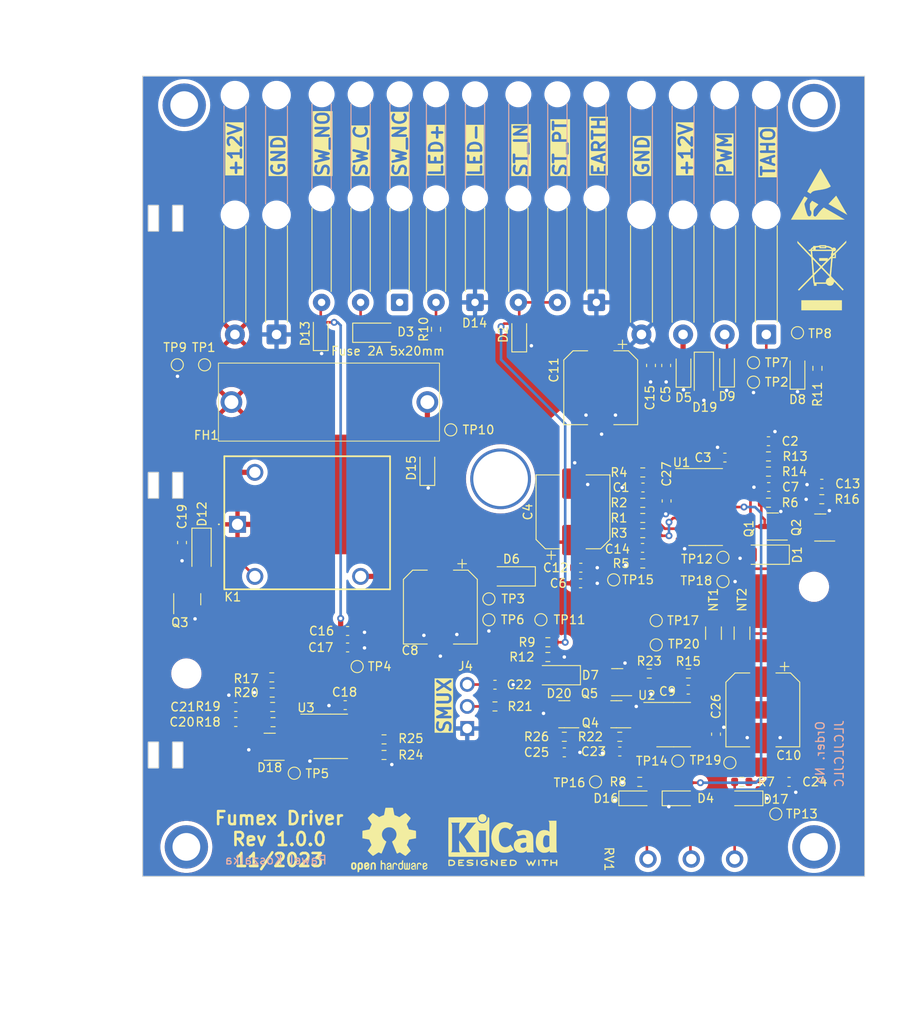
<source format=kicad_pcb>
(kicad_pcb (version 20221018) (generator pcbnew)
  (layers (0 "F.Cu" signal) (31 "B.Cu" signal) (34 "B.Paste" user) (35 "F.Paste" user) (36 "B.SilkS" user "B.Silkscreen") (37 "F.SilkS" user "F.Silkscreen") (38 "B.Mask" user) (39 "F.Mask" user) (44 "Edge.Cuts" user))
  (net 0 "")
  (net 1 "GND")
  (net 2 "Net-(D1-K)")
  (net 3 "Net-(Q1-C)")
  (net 4 "Net-(U2-CV)")
  (net 5 "Net-(U2-DIS)")
  (net 6 "Net-(Q2-G)")
  (net 8 "Net-(D2-A2)")
  (net 9 "Net-(U1A-DIS)")
  (net 10 "Net-(U1A-Q)")
  (net 11 "Net-(U1A-THR)")
  (net 12 "Net-(U1B-DIS)")
  (net 13 "Net-(U1B-Q)")
  (net 14 "+12VA")
  (net 15 "+12V")
  (net 16 "Net-(D7-K)")
  (net 17 "Net-(C14-Pad1)")
  (net 18 "Net-(D3-K)")
  (net 19 "Net-(D4-A2)")
  (net 20 "Net-(D7-A)")
  (net 21 "/PWM generator/F_{FBK}")
  (net 22 "/PWM generator/F_{PWM}")
  (net 23 "Net-(J4-Pin_2)")
  (net 24 "Net-(D14-A)")
  (net 25 "Net-(R1-Pad2)")
  (net 26 "Net-(J1-Pin_2)")
  (net 27 "Net-(D16-A2)")
  (net 28 "Net-(D17-A2)")
  (net 29 "+12P")
  (net 30 "Net-(D12-A)")
  (net 32 "Net-(U3A-+)")
  (net 33 "Net-(Q3-B)")
  (net 34 "Net-(U3A--)")
  (net 35 "+12L")
  (net 37 "Net-(Q5-B)")
  (net 38 "Net-(U2-Q)")
  (net 39 "Net-(U3B-+)")
  (net 40 "Net-(U3B--)")
  (net 42 "Net-(Q4-B)")
  (net 43 "Net-(U1A-CV)")
  (footprint "Capacitor_SMD:C_0603_1608Metric" (layer "F.Cu") (at 166.975 97.4)
    (fp_text reference "C6")
    (fp_text value "100n")
  )
  (footprint "Package_SO:SOIC-14_3.9x8.7mm_P1.27mm" (layer "F.Cu") (at 181.4 88.6)
    (fp_text reference "U1")
    (fp_text value "NE556")
  )
  (footprint "Connectors_PinHead:Amphenol_68000-103HLF" (layer "F.Cu") (at 153.9 111.6 90)
    (fp_text reference "J4")
    (fp_text value "68000-103HLF" hide)
  )
  (footprint "Diode_SMD:D_SOD-323_HandSoldering" (layer "F.Cu") (at 178.85 72.775 90)
    (fp_text reference "D5")
    (fp_text value "ESD3B15WS")
  )
  (footprint "Resistor_SMD:R_1206_3216Metric_Pad1.30x1.75mm_HandSolder" (layer "F.Cu") (at 185.6 103.15 90)
    (fp_text reference "NT2")
    (fp_text value "NetTie_2")
  )
  (footprint "Diode_SMD:D_SOD-323_HandSoldering" (layer "F.Cu") (at 183.875 72.75 90)
    (fp_text reference "D9")
    (fp_text value "ESD3B15WS")
  )
  (footprint "Package_TO_SOT_SMD:SOT-23" (layer "F.Cu") (at 131.1125 116.25 180)
    (fp_text reference "D18")
    (fp_text value "2BZX84Cxx")
  )
  (footprint "Resistor_SMD:R_0603_1608Metric" (layer "F.Cu") (at 131.35 108.25 180)
    (fp_text reference "R17")
    (fp_text value "3k3")
  )
  (footprint "Capacitor_SMD:C_0603_1608Metric" (layer "F.Cu") (at 157.1 109.1)
    (fp_text reference "C22")
    (fp_text value "100n")
  )
  (footprint "Resistor_SMD:R_1206_3216Metric_Pad1.30x1.75mm_HandSolder" (layer "F.Cu") (at 182.31 103.15 90)
    (fp_text reference "NT1")
    (fp_text value "NetTie_2")
  )
  (footprint "Capacitor_SMD:C_0603_1608Metric" (layer "F.Cu") (at 139.825 111.45 180)
    (fp_text reference "C18")
    (fp_text value "100n")
  )
  (footprint "Connector_Wire:SolderWire-0.25sqmm_1x02_P4.5mm_D0.65mm_OD2mm_Relief2x" (layer "F.Cu") (at 154.8 65 180)
    (fp_text reference "D14")
    (fp_text value "LED")
  )
  (footprint "Resistor_SMD:R_0603_1608Metric" (layer "F.Cu") (at 171.5 115.1 180)
    (fp_text reference "R22")
    (fp_text value "3k3")
  )
  (footprint "Diode_SMD:D_MiniMELF" (layer "F.Cu") (at 164.3 108 180)
    (fp_text reference "D7")
    (fp_text value "LL103A")
  )
  (footprint "Diode_SMD:D_MiniMELF" (layer "F.Cu") (at 123.25 93.7 -90)
    (fp_text reference "D12")
    (fp_text value "LL103A")
  )
  (footprint "Diode_SMD:D_SOD-323_HandSoldering" (layer "F.Cu") (at 137 68.55 90)
    (fp_text reference "D13")
    (fp_text value "ESD3B15WS")
  )
  (footprint "Resistor_SMD:R_0603_1608Metric" (layer "F.Cu") (at 194.8 87.7 180)
    (fp_text reference "R16")
    (fp_text value "100k")
  )
  (footprint "Connector_Wire:SolderWire-0.5sqmm_1x02_P4.8mm_D0.9mm_OD2.3mm_Relief2x" (layer "F.Cu") (at 131.9 68.7 180)
    (fp_text reference "J1" hide)
    (fp_text value "PWR")
  )
  (footprint "Diode_SMD:D_MiniMELF" (layer "F.Cu") (at 188.4 94.1 180)
    (fp_text reference "D1")
    (fp_text value "LL103A")
  )
  (footprint "Diode_SMD:D_SOD-323_HandSoldering" (layer "F.Cu") (at 159.9 68.7 90)
    (fp_text reference "D2")
    (fp_text value "ESD3B15WS")
  )
  (footprint "Package_TO_SOT_SMD:SOT-23" (layer "F.Cu") (at 165.1 112.5 180)
    (fp_text reference "D20")
    (fp_text value "2BZX84Cxx")
  )
  (footprint "TestPoint:TestPoint_Pad_D1.0mm" (layer "F.Cu") (at 120.45 72.2)
    (fp_text reference "TP9")
    (fp_text value "GND")
  )
  (footprint "Package_TO_SOT_SMD:SOT-23" (layer "F.Cu") (at 189.15 90.85 180)
    (fp_text reference "Q1")
    (fp_text value "BC847")
  )
  (footprint "Fuse_Holders:ESKA_503.400" (layer "F.Cu") (at 126.7 76.5)
    (fp_text reference "FH1")
    (fp_text value "503.400")
  )
  (footprint "Resistor_SMD:R_0603_1608Metric" (layer "F.Cu") (at 144.3 117.2 180)
    (fp_text reference "R24")
    (fp_text value "10k")
  )
  (footprint "Potentiometer:SR_PASSIVES_R16148" (layer "F.Cu") (at 169.75 129.2 -90)
    (fp_text reference "RV1")
    (fp_text value "10k")
  )
  (footprint "TestPoint:TestPoint_Pad_D1.0mm" (layer "F.Cu") (at 178.2 117.9)
    (fp_text reference "TP14")
    (fp_text value "~")
  )
  (footprint "Resistor_SMD:R_0603_1608Metric" (layer "F.Cu") (at 163.2 104.2)
    (fp_text reference "R9")
    (fp_text value "3k3")
  )
  (footprint "Resistor_SMD:R_0603_1608Metric" (layer "F.Cu") (at 165.1 115.1 180)
    (fp_text reference "R26")
    (fp_text value "47k")
  )
  (footprint "Capacitor_SMD:C_0603_1608Metric" (layer "F.Cu") (at 176.85 72.275 -90)
    (fp_text reference "C5")
    (fp_text value "1u")
  )
  (footprint "Resistor_SMD:R_0603_1608Metric" (layer "F.Cu") (at 188.65 88.1)
    (fp_text reference "R6")
    (fp_text value "3k3")
  )
  (footprint "Capacitor_SMD:C_0603_1608Metric" (layer "F.Cu") (at 127.2 111.665 180)
    (fp_text reference "C21")
    (fp_text value "1u")
  )
  (footprint "Capacitor_SMD:C_0603_1608Metric" (layer "F.Cu") (at 194.8 85.915)
    (fp_text reference "C13")
    (fp_text value "1n")
  )
  (footprint "Capacitor_SMD:C_0603_1608Metric" (layer "F.Cu") (at 171.5 116.8 180)
    (fp_text reference "C23")
    (fp_text value "100n")
  )
  (footprint "Resistor_SMD:R_0603_1608Metric" (layer "F.Cu") (at 174.15 89.865)
    (fp_text reference "R1")
    (fp_text value "3k3")
  )
  (footprint "Relays:Zettler_AZ943" (layer "F.Cu") (at 135.7 90.6)
    (fp_text reference "K1")
    (fp_text value "AZ943-1AH-12DE")
  )
  (footprint "TestPoint:TestPoint_Pad_D1.0mm" (layer "F.Cu") (at 186.925 74.2)
    (fp_text reference "TP2")
    (fp_text value "GND")
  )
  (footprint "Capacitor_SMD:C_0603_1608Metric" (layer "F.Cu") (at 140.1 102.9)
    (fp_text reference "C16")
    (fp_text value "1u")
  )
  (footprint "TestPoint:TestPoint_Pad_D1.0mm" (layer "F.Cu") (at 141.2 107)
    (fp_text reference "TP4")
    (fp_text value "+12VA")
  )
  (footprint "Capacitor_SMD:C_0603_1608Metric" (layer "F.Cu") (at 174.125 93.315)
    (fp_text reference "C14")
    (fp_text value "1n")
  )
  (footprint "Symbol:ESD-Logo_6.6x6mm_SilkScreen" (layer "F.Cu") (at 194.5 52.5)
    (fp_text reference "REF**" hide)
    (fp_text value "ESD-Logo_6.6x6mm_SilkScreen" hide)
  )
  (footprint "Package_TO_SOT_SMD:SOT-23" (layer "F.Cu") (at 171.1 112.5 180)
    (fp_text reference "Q4")
    (fp_text value "BC847")
  )
  (footprint "Capacitor_SMD:C_0603_1608Metric" (layer "F.Cu") (at 127.2 113.4 180)
    (fp_text reference "C20")
    (fp_text value "100n")
  )
  (footprint "Capacitor_SMD:C_0603_1608Metric" (layer "F.Cu") (at 140.1 104.8)
    (fp_text reference "C17")
    (fp_text value "100n")
  )
  (footprint "TestPoint:TestPoint_Pad_D1.0mm" (layer "F.Cu") (at 123.6 72.2)
    (fp_text reference "TP1")
    (fp_text value "+12V")
  )
  (footprint "TestPoint:TestPoint_Pad_D1.0mm" (layer "F.Cu") (at 152 79.7)
    (fp_text reference "TP10")
    (fp_text value "+12V")
  )
  (footprint "Capacitor_SMD:C_0603_1608Metric" (layer "F.Cu") (at 188.65 81.015)
    (fp_text reference "C2")
    (fp_text value "47n")
  )
  (footprint "Resistor_SMD:R_0603_1608Metric" (layer "F.Cu") (at 188.65 82.765)
    (fp_text reference "R13")
    (fp_text value "3k3")
  )
  (footprint "Diode_SMD:D_MiniMELF" (layer "F.Cu") (at 143.35 68.5)
    (fp_text reference "D3")
    (fp_text value "LL103A")
  )
  (footprint "Capacitor_SMD:C_0603_1608Metric" (layer "F.Cu") (at 121 92.7 -90)
    (fp_text reference "C19")
    (fp_text value "100n")
  )
  (footprint "TestPoint:TestPoint_Pad_D1.0mm" (layer "F.Cu") (at 192 68.5)
    (fp_text reference "TP8")
    (fp_text value "TACHO")
  )
  (footprint "TestPoint:TestPoint_Pad_D1.0mm" (layer "F.Cu") (at 162.4 101.6)
    (fp_text reference "TP11")
    (fp_text value "+12VA")
  )
  (footprint "Symbol:WEEE-Logo_5.6x8mm_SilkScreen" (layer "F.Cu") (at 194.8 61.9)
    (fp_text reference "REF100" hide)
    (fp_text value "WEEE-Logo_5.6x8mm_SilkScreen" hide)
  )
  (footprint "Resistor_SMD:R_0603_1608Metric" (layer "F.Cu") (at 188.65 84.515 180)
    (fp_text reference "R14")
    (fp_text value "3k3")
  )
  (footprint "Resistor_SMD:R_0603_1608Metric" (layer "F.Cu") (at 174.15 88.115 180)
    (fp_text reference "R2")
    (fp_text value "3k3")
  )
  (footprint "Resistor_SMD:R_0603_1608Metric" (layer "F.Cu") (at 174.15 91.615 180)
    (fp_text reference "R3")
    (fp_text value "3k3")
  )
  (footprint "Kradex:z5" (layer "F.Cu") (at 157.75 85.25)
    (fp_text reference "MC1" hide)
    (fp_text value "KRADEX Z5" hide)
  )
  (footprint "TestPoint:TestPoint_Pad_D1.0mm" (layer "F.Cu") (at 175.7 101.7)
    (fp_text reference "TP17")
    (fp_text value "~")
  )
  (footprint "Package_TO_SOT_SMD:SOT-23" (layer "F.Cu") (at 121.6 99.2375 90)
    (fp_text reference "Q3")
    (fp_text value "BC847")
  )
  (footprint "Resistor_SMD:R_0603_1608Metric" (layer "F.Cu") (at 131.45 111.665 180)
    (fp_text reference "R19")
    (fp_text value "3k3")
  )
  (footprint "Capacitor_SMD:C_0603_1608Metric" (layer "F.Cu") (at 182.6 114.8 90)
    (fp_text reference "C26")
    (fp_text value "100n")
  )
  (footprint "Resistor_SMD:R_0603_1608Metric" (layer "F.Cu") (at 144.3 115.4 180)
    (fp_text reference "R25")
    (fp_text value "10k")
  )
  (footprint "Capacitor_SMD:C_0603_1608Metric" (layer "F.Cu") (at 179.4 109.665 180)
    (fp_text reference "C9")
    (fp_text value "100n")
  )
  (footprint "TestPoint:TestPoint_Pad_D1.0mm" (layer "F.Cu") (at 183.4 97.2)
    (fp_text reference "TP18")
    (fp_text value "~")
  )
  (footprint "TestPoint:TestPoint_Pad_D1.0mm" (layer "F.Cu") (at 175.7 104.5)
    (fp_text reference "TP20")
    (fp_text value "~")
  )
  (footprint "Connector_Wire:SolderWire-0.25sqmm_1x03_P4.5mm_D0.65mm_OD2mm_Relief2x" (layer "F.Cu") (at 168.8 65 180)
    (fp_text reference "J3" hide)
    (fp_text value "STAND")
  )
  (footprint "Package_SO:SOIC-8_3.9x4.9mm_P1.27mm" (layer "F.Cu") (at 177.715 113.7)
    (fp_text reference "U2")
    (fp_text value "NE555D")
  )
  (footprint "Capacitor_SMD:C_0603_1608Metric" (layer "F.Cu") (at 183.625 82.9 180)
    (fp_text reference "C3")
    (fp_text value "100n")
  )
  (footprint "Connector_Wire:SolderWire-0.5sqmm_1x04_P4.8mm_D0.9mm_OD2.3mm_Relief2x" (layer "F.Cu") (at 188.4 68.7 180)
    (fp_text reference "J2" hide)
    (fp_text value "FAN")
  )
  (footprint "TestPoint:TestPoint_Pad_D1.0mm" (layer "F.Cu") (at 184.2 118.1)
    (fp_text reference "TP19")
    (fp_text value "~")
  )
  (footprint "Diode_SMD:D_SOD-323_HandSoldering" (layer "F.Cu") (at 186 122.2 180)
    (fp_text reference "D17")
    (fp_text value "ESD3B15WS")
  )
  (footprint "Diode_SMD:D_SOD-323_HandSoldering" (layer "F.Cu") (at 173.4 122.2)
    (fp_text reference "D16")
    (fp_text value "ESD3B15WS")
  )
  (footprint "Diode_SMD:D_SOD-323_HandSoldering" (layer "F.Cu") (at 178.4 122.2)
    (fp_text reference "D4")
    (fp_text value "ESD3B15WS")
  )
  (footprint "Resistor_SMD:R_0603_1608Metric" (layer "F.Cu") (at 174.15 95.115)
    (fp_text reference "R5")
    (fp_text value "3k3")
  )
  (footprint "Package_TO_SOT_SMD:SOT-23" (layer "F.Cu") (at 171.2 108.8 180)
    (fp_text reference "Q5")
    (fp_text value "BC847")
  )
  (footprint "Capacitor_SMD:CP_Elec_8x10" (layer "F.Cu") (at 150.8 100.1425 -90)
    (fp_text reference "C8")
    (fp_text value "220u")
  )
  (footprint "MountingHole:MountingHole_3mm" (layer "F.Cu") (at 193.9 97.8)
    (fp_text reference "H2" hide)
    (fp_text value "MountingHole")
  )
  (footprint "Capacitor_SMD:CP_Elec_8x10" (layer "F.Cu") (at 166.1 89.1575 90)
    (fp_text reference "C4")
    (fp_text value "220u")
  )
  (footprint "Resistor_SMD:R_0603_1608Metric" (layer "F.Cu") (at 194.3 72.6 -90)
    (fp_text reference "R11")
    (fp_text value "3k3")
  )
  (footprint "TestPoint:TestPoint_Pad_D1.0mm" (layer "F.Cu") (at 186.925 71.95)
    (fp_text reference "TP7")
    (fp_text value " ")
  )
  (footprint "TestPoint:TestPoint_Pad_D1.0mm" (layer "F.Cu") (at 156.4 99.2)
    (fp_text reference "TP3")
    (fp_text value "+12V")
  )
  (footprint "Symbol:KiCad-Logo2_5mm_SilkScreen" (layer "F.Cu") (at 158 127)
    (fp_text reference "REF102" hide)
    (fp_text value "KiCad-Logo2_5mm_SilkScreen" hide)
  )
  (footprint "Resistor_SMD:R_0603_1608Metric" (layer "F.Cu") (at 185.575 120.3 180)
    (fp_text reference "R7")
    (fp_text value "680R")
  )
  (footprint "Resistor_SMD:R_0603_1608Metric" (layer "F.Cu") (at 157.1 111.6 180)
    (fp_text reference "R21")
    (fp_text value "3k3")
  )
  (footprint "Capacitor_SMD:C_0603_1608Metric" (layer "F.Cu") (at 176.9 87.9 -90)
    (fp_text reference "C27")
    (fp_text value "100n")
  )
  (footprint "Symbol:OSHW-Logo2_9.8x8mm_SilkScreen" (layer "F.Cu") (at 144.9 127)
    (fp_text reference "REF101" hide)
    (fp_text value "OSHW-Logo2_9.8x8mm_SilkScreen" hide)
  )
  (footprint "Capacitor_SMD:C_0603_1608Metric" (layer "F.Cu") (at 191.025 120.3)
    (fp_text reference "C24")
    (fp_text value "100n")
  )
  (footprint "Resistor_SMD:R_0603_1608Metric" (layer "F.Cu") (at 174.9 107.8)
    (fp_text reference "R23")
    (fp_text value "3k3")
  )
  (footprint "Resistor_SMD:R_0603_1608Metric" (layer "F.Cu") (at 173.8 120.3 180)
    (fp_text reference "R8")
    (fp_text value "100R")
  )
  (footprint "Capacitor_SMD:C_0603_1608Metric" (layer "F.Cu") (at 175.1 72.275 -90)
    (fp_text reference "C15")
    (fp_text value "100n")
  )
  (footprint "TestPoint:TestPoint_Pad_D1.0mm" (layer "F.Cu") (at 133.95 119.3)
    (fp_text reference "TP5")
    (fp_text value "+12VA")
  )
  (footprint "Diode_SMD:D_MiniMELF" (layer "F.Cu") (at 181.2 73.4 -90)
    (fp_text reference "D19")
    (fp_text value "LL103A")
  )
  (footprint "Capacitor_SMD:C_0603_1608Metric" (layer "F.Cu") (at 167 95.6)
    (fp_text reference "C12")
    (fp_text value "1u")
  )
  (footprint "Capacitor_SMD:C_0603_1608Metric" (layer "F.Cu") (at 165.1 116.9)
    (fp_text reference "C25")
    (fp_text value "1u")
  )
  (footprint "Resistor_SMD:R_0603_1608Metric" (layer "F.Cu") (at 131.4 110)
    (fp_text reference "R20")
    (fp_text value "3k3")
  )
  (footprint "Capacitor_SMD:CP_Elec_8x10" (layer "F.Cu") (at 169.3 74.8425 -90)
    (fp_text reference "C11")
    (fp_text value "220u")
  )
  (footprint "Resistor_SMD:R_0603_1608Metric" (layer "F.Cu") (at 150.3 68.1 90)
    (fp_text reference "R10")
    (fp_text value "680R")
  )
  (footprint "Capacitor_SMD:C_0603_1608Metric" (layer "F.Cu") (at 174.175 86.35 180)
    (fp_text reference "C1")
    (fp_text value "47n")
  )
  (footprint "TestPoint:TestPoint_Pad_D1.0mm" (layer "F.Cu") (at 156.4 101.6)
    (fp_text reference "TP6")
    (fp_text value "GND")
  )
  (footprint "Capacitor_SMD:CP_Elec_8x10" (layer "F.Cu") (at 188 112 -90)
    (fp_text reference "C10")
    (fp_text value "220u")
  )
  (footprint "TestPoint:TestPoint_Pad_D1.0mm" (layer "F.Cu") (at 189.5 124 180)
    (fp_text reference "TP13")
    (fp_text value "~")
  )
  (footprint "Capacitor_SMD:C_0603_1608Metric" (layer "F.Cu") (at 188.675 86.3 180)
    (fp_text reference "C7")
    (fp_text value "100n")
  )
  (footprint "TestPoint:TestPoint_Pad_D1.0mm" (layer "F.Cu") (at 183.4 94.4)
    (fp_text reference "TP12")
    (fp_text value "~")
  )
  (footprint "Resistor_SMD:R_0603_1608Metric" (layer "F.Cu") (at 174.15 84.615)
    (fp_text reference "R4")
    (fp_text value "3k3")
  )
  (footprint "Package_SO:SOIC-8_3.9x4.9mm_P1.27mm" (layer "F.Cu") (at 138.15 115.05)
    (fp_text reference "U3")
    (fp_text value "LM393")
  )
  (footprint "TestPoint:TestPoint_Pad_D1.0mm" (layer "F.Cu") (at 168.7 120.3)
    (fp_text reference "TP16")
    (fp_text value "~")
  )
  (footprint "MountingHole:MountingHole_3mm" (layer "F.Cu") (at 121.5 107.8)
    (fp_text reference "H1" hide)
    (fp_text value "MountingHole")
  )
  (footprint "Resistor_SMD:R_0603_1608Metric" (layer "F.Cu") (at 163.2 105.9)
    (fp_text reference "R12")
    (fp_text value "100k")
  )
  (footprint "Resistor_SMD:R_0603_1608Metric" (layer "F.Cu") (at 179.415 107.8)
    (fp_text reference "R15")
    (fp_text value "100k")
  )
  (footprint "TestPoint:TestPoint_Pad_D1.0mm" (layer "F.Cu") (at 170.8 97)
    (fp_text reference "TP15")
    (fp_text value "~")
  )
  (footprint "Connector_Wire:SolderWire-0.25sqmm_1x03_P4.5mm_D0.65mm_OD2mm_Relief2x" (layer "F.Cu") (at 146.1 65 180)
    (fp_text reference "SW1" hide)
    (fp_text value "LC1258EENP")
  )
  (footprint "Diode_SMD:D_SOD-323_HandSoldering" (layer "F.Cu") (at 192 73 90)
    (fp_text reference "D8")
    (fp_text value "ESD3B15WS")
  )
  (footprint "Diode_SMD:D_SOD-323_HandSoldering" (layer "F.Cu") (at 149.3 84.1 90)
    (fp_text reference "D15")
    (fp_text value "ESD3B15WS")
  )
  (footprint "Package_TO_SOT_SMD:SOT-23" (layer "F.Cu") (at 194.625 90.965 180)
    (fp_text reference "Q2")
    (fp_text value "2N7002")
  )
  (footprint "Resistor_SMD:R_0603_1608Metric" (layer "F.Cu") (at 131.5 113.415 180)
    (fp_text reference "R18")
    (fp_text value "3k3")
  )
  (footprint "Diode_SMD:D_MiniMELF" (layer "F.Cu") (at 159.1 96.6 180)
    (fp_text reference "D6")
    (fp_text value "LL103A")
  )
  (gr_rect (start 119.9 84.6) (end 121.1 87.6) (stroke (width 0.1)) (fill none) (layer "Edge.Cuts"))
  (gr_rect (start 116.45 38.9) (end 199.75 131.2) (stroke (width 0.1)) (fill none) (layer "Edge.Cuts"))
  (gr_rect (start 117.1 53.8) (end 118.3 56.8) (stroke (width 0.1)) (fill none) (layer "Edge.Cuts"))
  (gr_rect (start 119.9 53.8) (end 121.1 56.8) (stroke (width 0.1)) (fill none) (layer "Edge.Cuts"))
  (gr_rect (start 117.1 84.6) (end 118.3 87.6) (stroke (width 0.1)) (fill none) (layer "Edge.Cuts"))
  (gr_rect (start 117.1 115.7) (end 118.3 118.7) (stroke (width 0.1)) (fill none) (layer "Edge.Cuts"))
  (gr_rect (start 119.9 115.7) (end 121.1 118.7) (stroke (width 0.1)) (fill none) (layer "Edge.Cuts"))
  (gr_text "Order. No" (at 195.2 113.2 90) (layer "B.SilkS") (effects (font (size 1 1)) (justify left bottom mirror)))
  (gr_text "JLCJLCJLC" (at 197.4 113.1 90) (layer "B.SilkS") (effects (font (size 1 1)) (justify left bottom mirror)))
  (gr_text "Pawel Koszalka" (at 137.8 129.9) (layer "B.SilkS") (effects (font (size 1 1)) (justify left bottom mirror)))
  (gr_text "+12V" (at 180 50.6 90) (layer "F.SilkS" knockout) (effects (font (size 1.5 1.5) (thickness 0.3) bold) (justify left bottom)))
  (gr_text "Fumex Driver\nRev 1.0.0\n11/2023" (at 132.2 130.2) (layer "F.SilkS") (effects (font (size 1.5 1.5) (thickness 0.3) bold) (justify bottom)))
  (gr_text "GND" (at 175 50.6 90) (layer "F.SilkS" knockout) (effects (font (size 1.5 1.5) (thickness 0.3) bold) (justify left bottom)))
  (gr_text "SW_NC" (at 147 50.6 90) (layer "F.SilkS" knockout) (effects (font (size 1.5 1.5) (thickness 0.3) bold) (justify left bottom)))
  (gr_text "SMUX" (at 152.15 114.8 90) (layer "F.SilkS" knockout) (effects (font (size 1.5 1.5) (thickness 0.3) bold) (justify left bottom)))
  (gr_text "ST_IN" (at 161 50.6 90) (layer "F.SilkS" knockout) (effects (font (size 1.5 1.5) (thickness 0.3) bold) (justify left bottom)))
  (gr_text "ST_PT" (at 165.5 50.6 90) (layer "F.SilkS" knockout) (effects (font (size 1.5 1.5) (thickness 0.3) bold) (justify left bottom)))
  (gr_text "GND\n" (at 133 50.6 90) (layer "F.SilkS" knockout) (effects (font (size 1.5 1.5) (thickness 0.3) bold) (justify left bottom)))
  (gr_text "Fuse 2A 5x20mm" (at 138.1 71.2) (layer "F.SilkS") (effects (font (size 1 1)) (justify left bottom)))
  (gr_text "LED+" (at 151.2 50.6 90) (layer "F.SilkS" knockout) (effects (font (size 1.5 1.5) (thickness 0.3) bold) (justify left bottom)))
  (gr_text "LED-" (at 155.7 50.6 90) (layer "F.SilkS" knockout) (effects (font (size 1.5 1.5) (thickness 0.3) bold) (justify left bottom)))
  (gr_text "PWM" (at 184.5 50.6 90) (layer "F.SilkS" knockout) (effects (font (size 1.5 1.5) (thickness 0.3) bold) (justify left bottom)))
  (gr_text "TAHO" (at 189.5 50.6 90) (layer "F.SilkS" knockout) (effects (font (size 1.5 1.5) (thickness 0.3) bold) (justify left bottom)))
  (gr_text "EARTH" (at 170 50.6 90) (layer "F.SilkS" knockout) (effects (font (size 1.5 1.5) (thickness 0.3) bold) (justify left bottom)))
  (gr_text "SW_C" (at 142.5 50.6 90) (layer "F.SilkS" knockout) (effects (font (size 1.5 1.5) (thickness 0.3) bold) (justify left bottom)))
  (gr_text "SW_NO" (at 138.1 50.6 90) (layer "F.SilkS" knockout) (effects (font (size 1.5 1.5) (thickness 0.3) bold) (justify left bottom)))
  (gr_text "+12V" (at 128 50.6 90) (layer "F.SilkS" knockout) (effects (font (size 1.5 1.5) (thickness 0.3) bold) (justify left bottom)))
  (segment (start 169.7 116.8) (end 170.725 116.8) (width 0.3) (layer "F.Cu") (net 1))
  (segment (start 187.95 115.2) (end 188 115.25) (width 0.3) (layer "F.Cu") (net 1))
  (segment (start 172.375 95.115) (end 172.175 95.315) (width 0.3) (layer "F.Cu") (net 1))
  (segment (start 167.6925 78.0925) (end 167.6 78) (width 0.3) (layer "F.Cu") (net 1))
  (segment (start 120.45 72.2) (end 120.45 73.5) (width 0.3) (layer "F.Cu") (net 1))
  (segment (start 181.2 76.3) (end 181.2 75.15) (width 0.3) (layer "F.Cu") (net 1))
  (segment (start 178.925 92.41) (end 178.925 93.365) (width 0.3) (layer "F.Cu") (net 1))
  (segment (start 152.6075 103.3925) (end 152.7 103.3) (width 0.3) (layer "F.Cu") (net 1))
  (segment (start 137 70.8) (end 137.1 70.9) (width 0.3) (layer "F.Cu") (net 1))
  (segment (start 183.875 75.1) (end 183.825 75.15) (width 0.3) (layer "F.Cu") (net 1))
  (segment (start 126.425 110.325) (end 126.4 110.3) (width 0.3) (layer "F.Cu") (net 1))
  (segment (start 189.4 80.99) (end 189.425 81.015) (width 0.3) (layer "F.Cu") (net 1))
  (segment (start 193.975 87.7) (end 193.015 87.7) (width 0.3) (layer "F.Cu") (net 1))
  (segment (start 172.1375 106.6375) (end 172.1 106.6) (width 0.3) (layer "F.Cu") (net 1))
  (segment (start 186.235 94.515) (end 186.65 94.1) (width 0.3) (layer "F.Cu") (net 1))
  (segment (start 167.7075 85.9075) (end 167.8 86) (width 0.3) (layer "F.Cu") (net 1))
  (segment (start 166.1 83.7) (end 166.3 83.5) (width 0.3) (layer "F.Cu") (net 1))
  (segment (start 193.015 87.7) (end 193 87.715) (width 0.3) (layer "F.Cu") (net 1))
  (segment (start 190.0875 89.1275) (end 190.075 89.115) (width 0.3) (layer "F.Cu") (net 1))
  (segment (start 177.515 109.7) (end 178.64 109.7) (width 0.3) (layer "F.Cu") (net 1))
  (segment (start 195.675 89.015) (end 195.675 89.9025) (width 0.3) (layer "F.Cu") (net 1))
  (segment (start 173.325 95.115) (end 172.375 95.115) (width 0.3) (layer "F.Cu") (net 1))
  (segment (start 171.9 120.3) (end 171.8 120.4) (width 0.3) (layer "F.Cu") (net 1))
  (segment (start 183.475 114.025) (end 183.5 114) (width 0.3) (layer "F.Cu") (net 1))
  (segment (start 183.4 97.2) (end 184.8 97.2) (width 0.3) (layer "F.Cu") (net 1))
  (segment (start 189.4 79.9) (end 189.4 80.99) (width 0.3) (layer "F.Cu") (net 1))
  (segment (start 126.425 111.665) (end 126.425 110.325) (width 0.3) (layer "F.Cu") (net 1))
  (segment (start 169.3 78.0925) (end 169.3 80.1) (width 0.3) (layer "F.Cu") (net 1))
  (segment (start 164.025 105.9) (end 165.1 105.9) (width 0.3) (layer "F.Cu") (net 1))
  (segment (start 159.95 70) (end 159.9 69.95) (width 0.3) (layer "F.Cu") (net 1))
  (segment (start 172.975 120.3) (end 171.9 120.3) (width 0.3) (layer "F.Cu") (net 1))
  (segment (start 195.65 88.99) (end 195.675 89.015) (width 0.3) (layer "F.Cu") (net 1))
  (segment (start 186.2 115.2) (end 187.95 115.2) (width 0.3) (layer "F.Cu") (net 1))
  (segment (start 176.9 89.3) (end 176.8 89.4) (width 0.3) (layer "F.Cu") (net 1))
  (segment (start 167.775 97.4) (end 168.9 97.4) (width 0.3) (layer "F.Cu") (net 1))
  (segment (start 170.9075 78.0925) (end 171 78) (width 0.3) (layer "F.Cu") (net 1))
  (segment (start 157.875 109.1) (end 159.2 109.1) (width 0.3) (layer "F.Cu") (net 1))
  (segment (start 188 115.25) (end 189.95 115.25) (width 0.3) (layer "F.Cu") (net 1))
  (segment (start 121 93.475) (end 121 94.8) (width 0.3) (layer "F.Cu") (net 1))
  (segment (start 177.15 122.2) (end 177.15 123.25) (width 0.3) (layer "F.Cu") (net 1))
  (segment (start 195.675 89.9025) (end 195.5625 90.015) (width 0.3) (layer "F.Cu") (net 1))
  (segment (start 172.1375 107.85) (end 172.1375 106.6375) (width 0.3) (layer "F.Cu") (net 1))
  (segment (start 171.1 122.2) (end 170.9 122.4) (width 0.3) (layer "F.Cu") (net 1))
  (segment (start 195.5625 89.1275) (end 195.675 89.015) (width 0.3) (layer "F.Cu") (net 1))
  (segment (start 176.9 88.675) (end 176.9 89.3) (width 0.3) (layer "F.Cu") (net 1))
  (segment (start 182.85 81.79) (end 182.775 81.715) (width 0.3) (layer "F.Cu") (net 1))
  (segment (start 122.55 101.45) (end 122.5 101.5) (width 0.3) (layer "F.Cu") (net 1))
  (segment (start 187.875 86.315) (end 186.975 86.315) (width 0.3) (layer "F.Cu") (net 1))
  (segment (start 129.05 116.25) (end 128.7 116.6) (width 0.3) (layer "F.Cu") (net 1))
  (segment (start 150.8 103.3925) (end 152.6075 103.3925) (width 0.3) (layer "F.Cu") (net 1))
  (segment (start 175.05 74.175) (end 175.1 74.125) (width 0.3) (layer "F.Cu") (net 1))
  (segment (start 161.3 70) (end 159.95 70) (width 0.3) (layer "F.Cu") (net 1))
  (segment (start 193.1 86.015) (end 193.15 86.065) (width 0.3) (layer "F.Cu") (net 1))
  (segment (start 176.85 73.05) (end 176.85 74.175) (width 0.3) (layer "F.Cu") (net 1))
  (segment (start 189.95 115.25) (end 190 115.2) (width 0.3) (layer "F.Cu") (net 1))
  (segment (start 149.3 85.35) (end 149.3 86.3) (width 0.3) (layer "F.Cu") (net 1))
  (segment (start 187.25 122.2) (end 188.5 122.2) (width 0.3) (layer "F.Cu") (net 1))
  (segment (start 145.125 118.225) (end 145.2 118.3) (width 0.3) (layer "F.Cu") (net 1))
  (segment (start 171.775 86.365) (end 173.375 86.365) (width 0.3) (layer "F.Cu") (net 1))
  (segment (start 130.175 116.25) (end 129.05 116.25) (width 0.3) (layer "F.Cu") (net 1))
  (segment (start 167.775 95.6) (end 168.9 95.6) (width 0.3) (layer "F.Cu") (net 1))
  (segment (start 150.8 103.3925) (end 148.9075 103.3925) (width 0.3) (layer "F.Cu") (net 1))
  (segment (start 175.1 74.125) (end 175.1 73.05) (width 0.3) (layer "F.Cu") (net 1))
  (segment (start 190.0875 89.9) (end 190.0875 89.1275) (width 0.3) (layer "F.Cu") (net 1))
  (segment (start 169.3 78.0925) (end 167.6925 78.0925) (width 0.3) (layer "F.Cu") (net 1))
  (segment (start 138 111.45) (end 137.95 111.5) (width 0.3) (layer "F.Cu") (net 1))
  (segment (start 166.1 85.9075) (end 166.1 83.7) (width 0.3) (layer "F.Cu") (net 1))
  (segment (start 150.8 103.3925) (end 150.8 105.8) (width 0.3) (layer "F.Cu") (net 1))
  (segment (start 135.675 116.955) (end 135.675 117.825) (width 0.3) (layer "F.Cu") (net 1))
  (segment (start 126.425 111.665) (end 126.425 113.4) (width 0.3) (layer "F.Cu") (net 1))
  (segment (start 172.15 122.2) (end 171.1 122.2) (width 0.3) (layer "F.Cu") (net 1))
  (segment (start 178.85 74.025) (end 178.85 75.075) (width 0.3) (layer "F.Cu") (net 1))
  (segment (start 175.24 111.795) (end 175.24 110.305) (width 0.3) (layer "F.Cu") (net 1))
  (segment (start 139.05 111.45) (end 138 111.45) (width 0.3) (layer "F.Cu") (net 1))
  (segment (start 186.925 74.2) (end 186.925 75.4) (width 0.3) (layer "F.Cu") (net 1))
  (segment (start 135.675 117.825) (end 135.75 117.9) (width 0.3) (layer "F.Cu") (net 1))
  (segment (start 169.3 80.1) (end 169.4 80.2) (width 0.3) (layer "F.Cu") (net 1))
  (segment (start 122.55 100.175) (end 122.55 101.45) (width 0.3) (layer "F.Cu") (net 1))
  (segment (start 137 69.8) (end 137 70.8) (width 0.3) (layer "F.Cu") (net 1))
  (segment (start 169.5 117) (end 169.7 116.8) (width 0.3) (layer "F.Cu") (net 1))
  (segment (start 183.875 74) (end 183.875 75.1) (width 0.3) (layer "F.Cu") (net 1))
  (segment (start 162.765 112.465) (end 162.7 112.4) (width 0.3) (layer "F.Cu") (net 1))
  (segment (start 120.45 73.5) (end 120.475 73.525) (width 0.3) (layer "F.Cu") (net 1))
  (segment (start 149.3 86.3) (end 149.4 86.4) (width 0.3) (layer "F.Cu") (net 1))
  (segment (start 145.125 117.1) (end 145.125 118.225) (width 0.3) (layer "F.Cu") (net 1))
  (segment (start 178.925 93.365) (end 178.975 93.415) (width 0.3) (layer "F.Cu") (net 1))
  (segment (start 148.9075 103.3925) (end 148.9 103.4) (width 0.3) (layer "F.Cu") (net 1))
  (segment (start 156.4 101.6) (end 156.4 102.9) (width 0.3) (layer "F.Cu") (net 1))
  (segment (start 130.575 110) (end 129.35 110) (width 0.3) (layer "F.Cu") (net 1))
  (segment (start 173.35 111.55) (end 173.4 111.6) (width 0.3) (layer "F.Cu") (net 1))
  (segment (start 172.0375 111.55) (end 173.35 111.55) (width 0.3) (layer "F.Cu") (net 1))
  (segment (start 192 74.25) (end 192 75.3) (width 0.3) (layer "F.Cu") (net 1))
  (segment (start 193.15 86.065) (end 193.975 86.065) (width 0.3) (layer "F.Cu") (net 1))
  (segment (start 140.925 104.85) (end 142.05 104.85) (width 0.3) (layer "F.Cu") (net 1))
  (segment (start 164.7625 112.465) (end 162.765 112.465) (width 0.3) (layer "F.Cu") (net 1))
  (segment (start 165.875 116.9) (end 166.9 116.9) (width 0.3) (layer "F.Cu") (net 1))
  (segment (start 140.925 103.05) (end 142.05 103.05) (width 0.3) (layer "F.Cu") (net 1))
  (segment (start 182.85 82.85) (end 182.85 81.79) (width 0.3) (layer "F.Cu") (net 1))
  (segment (start 175.24 110.305) (end 175.1 110.165) (width 0.3) (layer "F.Cu") (net 1))
  (segment (start 191.8 120.3) (end 191.8 121.5) (width 0.3) (layer "F.Cu") (net 1))
  (segment (start 166.1 85.9075) (end 167.7075 85.9075) (width 0.3) (layer "F.Cu") (net 1))
  (segment (start 169.3 78.0925) (end 170.9075 78.0925) (width 0.3) (layer "F.Cu") (net 1))
  (segment (start 185.375 94.515) (end 186.235 94.515) (width 0.3) (layer "F.Cu") (net 1))
  (segment (start 182.6 114.025) (end 183.475 114.025) (width 0.3) (layer "F.Cu") (net 1))
  (via (at 186.2 115.2) (size 0.8) (drill 0.4) (layers "F.Cu" "B.Cu") (net 1))
  (via (at 175.05 74.175) (size 0.8) (drill 0.4) (layers "F.Cu" "B.Cu") (net 1))
  (via (at 173.4 111.6) (size 0.8) (drill 0.4) (layers "F.Cu" "B.Cu") (net 1))
  (via (at 183.5 114) (size 0.8) (drill 0.4) (layers "F.Cu" "B.Cu") (net 1))
  (via (at 166.3 83.5) (size 0.8) (drill 0.4) (layers "F.Cu" "B.Cu") (net 1))
  (via (at 192 75.3) (size 0.8) (drill 0.4) (layers "F.Cu" "B.Cu") (net 1))
  (via (at 171.775 86.365) (size 0.8) (drill 0.4) (layers "F.Cu" "B.Cu") (net 1))
  (via (at 161.3 70) (size 0.8) (drill 0.4) (layers "F.Cu" "B.Cu") (net 1))
  (via (at 142.05 103.05) (size 0.8) (drill 0.4) (layers "F.Cu" "B.Cu") (net 1))
  (via (at 182.775 81.715) (size 0.8) (drill 0.4) (layers "F.Cu" "B.Cu") (net 1))
  (via (at 168.9 97.4) (size 0.8) (drill 0.4) (layers "F.Cu" "B.Cu") (net 1))
  (via (at 122.5 101.5) (size 0.8) (drill 0.4) (layers "F.Cu" "B.Cu") (net 1))
  (via (at 175.1 110.165) (size 0.8) (drill 0.4) (layers "F.Cu" "B.Cu") (net 1))
  (via (at 190.075 89.115) (size 0.8) (drill 0.4) (layers "F.Cu" "B.Cu") (net 1))
  (via (at 166.9 116.9) (size 0.8) (drill 0.4) (layers "F.Cu" "B.Cu") (net 1))
  (via (at 170.9 122.4) (size 0.8) (drill 0.4) (layers "F.Cu" "B.Cu") (net 1))
  (via (at 148.9 103.4) (size 0.8) (drill 0.4) (layers "F.Cu" "B.Cu") (net 1))
  (via (at 189.4 79.9) (size 0.8) (drill 0.4) (layers "F.Cu" "B.Cu") (net 1))
  (via (at 186.975 86.315) (size 0.8) (drill 0.4) (layers "F.Cu" "B.Cu") (net 1))
  (via (at 152.7 103.3) (size 0.8) (drill 0.4) (layers "F.Cu" "B.Cu") (net 1))
  (via (at 184.8 97.2) (size 0.8) (drill 0.4) (layers "F.Cu" "B.Cu") (net 1))
  (via (at 171 78) (size 0.8) (drill 0.4) (layers "F.Cu" "B.Cu") (net 1))
  (via (at 159.2 109.1) (size 0.8) (drill 0.4) (layers "F.Cu" "B.Cu") (net 1))
  (via (at 193.1 86.015) (size 0.8) (drill 0.4) (layers "F.Cu" "B.Cu") (net 1))
  (via (at 169.4 80.2) (size 0.8) (drill 0.4) (layers "F.Cu" "B.Cu") (net 1))
  (via (at 150.8 105.8) (size 0.8) (drill 0.4) (layers "F.Cu" "B.Cu") (net 1))
  (via (at 165.1 105.9) (size 0.8) (drill 0.4) (layers "F.Cu" "B.Cu") (net 1))
  (via (at 120.475 73.525) (size 0.8) (drill 0.4) (layers "F.Cu" "B.Cu") (net 1))
  (via (at 167.6 78) (size 0.8) (drill 0.4) (layers "F.Cu" "B.Cu") (net 1))
  (via (at 168.9 95.6) (size 0.8) (drill 0.4) (layers "F.Cu" "B.Cu") (net 1))
  (via (at 177.515 109.7) (size 0.8) (drill 0.4) (layers "F.Cu" "B.Cu") (net 1))
  (via (at 186.925 75.4) (size 0.8) (drill 0.4) (layers "F.Cu" "B.Cu") (net 1))
  (via (at 172.1 106.6) (size 0.8) (drill 0.4) (layers "F.Cu" "B.Cu") (net 1))
  (via (at 176.85 74.175) (size 0.8) (drill 0.4) (layers "F.Cu" "B.Cu") (net 1))
  (via (at 171.8 120.4) (size 0.8) (drill 0.4) (layers "F.Cu" "B.Cu") (net 1))
  (via (at 142.05 104.85) (size 0.8) (drill 0.4) (layers "F.Cu" "B.Cu") (net 1))
  (via (at 162.7 112.4) (size 0.8) (drill 0.4) (layers "F.Cu" "B.Cu") (net 1))
  (via (at 145.2 118.3) (size 0.8) (drill 0.4) (layers "F.Cu" "B.Cu") (net 1))
  (via (at 135.75 117.9) (size 0.8) (drill 0.4) (layers "F.Cu" "B.Cu") (net 1))
  (via (at 181.2 76.3) (size 0.8) (drill 0.4) (layers "F.Cu" "B.Cu") (net 1))
  (via (at 191.8 121.5) (size 0.8) (drill 0.4) (layers "F.Cu" "B.Cu") (net 1))
  (via (at 178.85 75.075) (size 0.8) (drill 0.4) (layers "F.Cu" "B.Cu") (net 1))
  (via (at 149.4 86.4) (size 0.8) (drill 0.4) (layers "F.Cu" "B.Cu") (net 1))
  (via (at 128.7 116.6) (size 0.8) (drill 0.4) (layers "F.Cu" "B.Cu") (net 1))
  (via (at 137.95 111.5) (size 0.8) (drill 0.4) (layers "F.Cu" "B.Cu") (net 1))
  (via (at 126.4 110.3) (size 0.8) (drill 0.4) (layers "F.Cu" "B.Cu") (net 1))
  (via (at 177.15 123.1575) (size 0.8) (drill 0.4) (layers "F.Cu" "B.Cu") (net 1))
  (via (at 129.35 110) (size 0.8) (drill 0.4) (layers "F.Cu" "B.Cu") (net 1))
  (via (at 172.175 95.315) (size 0.8) (drill 0.4) (layers "F.Cu" "B.Cu") (net 1))
  (via (at 176.8 89.4) (size 0.8) (drill 0.4) (layers "F.Cu" "B.Cu") (net 1))
  (via (at 121 94.8) (size 0.8) (drill 0.4) (layers "F.Cu" "B.Cu") (net 1))
  (via (at 137.1 70.9) (size 0.8) (drill 0.4) (layers "F.Cu" "B.Cu") (net 1))
  (via (at 185.375 94.515) (size 0.8) (drill 0.4) (layers "F.Cu" "B.Cu") (net 1))
  (via (at 178.975 93.415) (size 0.8) (drill 0.4) (layers "F.Cu" "B.Cu") (net 1))
  (via (at 188.5 122.2) (size 0.8) (drill 0.4) (layers "F.Cu" "B.Cu") (net 1))
  (via (at 156.4 102.9) (size 0.8) (drill 0.4) (layers "F.Cu" "B.Cu") (net 1))
  (via (at 190 115.2) (size 0.8) (drill 0.4) (layers "F.Cu" "B.Cu") (net 1))
  (via (at 195.675 89.015) (size 0.8) (drill 0.4) (layers "F.Cu" "B.Cu") (net 1))
  (via (at 167.8 86) (size 0.8) (drill 0.4) (layers "F.Cu" "B.Cu") (net 1))
  (via (at 193 87.715) (size 0.8) (drill 0.4) (layers "F.Cu" "B.Cu") (net 1))
  (via (at 169.5 117) (size 0.8) (drill 0.4) (layers "F.Cu" "B.Cu") (net 1))
  (via (at 183.825 75.15) (size 0.8) (drill 0.4) (layers "F.Cu" "B.Cu") (net 1))
  (segment (start 189.585 95.715) (end 190.15 95.15) (width 0.3) (layer "F.Cu") (net 2))
  (segment (start 190.15 95.15) (end 190.15 94.1) (width 0.3) (layer "F.Cu") (net 2))
  (segment (start 190.15 91.8625) (end 190.0875 91.8) (width 0.3) (layer "F.Cu") (net 2))
  (segment (start 174.9 93.315) (end 174.9 95.04) (width 0.3) (layer "F.Cu") (net 2))
  (segment (start 174.9 95.04) (end 174.975 95.115) (width 0.3) (layer "F.Cu") (net 2))
  (segment (start 174.975 95.115) (end 175.775 95.115) (width 0.3) (layer "F.Cu") (net 2))
  (segment (start 176.375 95.715) (end 189.585 95.715) (width 0.3) (layer "F.Cu") (net 2))
  (segment (start 190.15 94.1) (end 190.15 91.8625) (width 0.3) (layer "F.Cu") (net 2))
  (segment (start 175.775 95.115) (end 176.375 95.715) (width 0.3) (layer "F.Cu") (net 2))
  (segment (start 185.18 92.41) (end 186.74 90.85) (width 0.3) (layer "F.Cu") (net 3))
  (segment (start 186.74 90.85) (end 188.2125 90.85) (width 0.3) (layer "F.Cu") (net 3))
  (segment (start 183.875 92.41) (end 185.18 92.41) (width 0.3) (layer "F.Cu") (net 3))
  (segment (start 187.825 88.1) (end 187.825 89.665) (width 0.3) (layer "F.Cu") (net 3))
  (segment (start 183.875 93.925) (end 183.4 94.4) (width 0.3) (layer "F.Cu") (net 3))
  (segment (start 187.825 89.665) (end 188.2125 90.0525) (width 0.3) (layer "F.Cu") (net 3))
  (segment (start 188.2125 90.0525) (end 188.2125 90.85) (width 0.3) (layer "F.Cu") (net 3))
  (segment (start 183.875 92.41) (end 183.875 93.925) (width 0.3) (layer "F.Cu") (net 3))
  (segment (start 180.19 115.605) (end 182.57 115.605) (width 0.3) (layer "F.Cu") (net 4))
  (segment (start 182.57 115.605) (end 182.6 115.575) (width 0.3) (layer "F.Cu") (net 4))
  (segment (start 182.08 108.2) (end 182.08 108.065) (width 0.3) (layer "F.Cu") (net 5))
  (segment (start 180.19 113.065) (end 181.715 113.065) (width 0.3) (layer "F.Cu") (net 5))
  (segment (start 182.08 108.065) (end 181.815 107.8) (width 0.3) (layer "F.Cu") (net 5))
  (segment (start 188 108.75) (end 188 108.3) (width 0.3) (layer "F.Cu") (net 5))
  (segment (start 188 108.3) (end 187.5 107.8) (width 0.3) (layer "F.Cu") (net 5))
  (segment (start 182.08 107.965) (end 181.915 107.8) (width 0.3) (layer "F.Cu") (net 5))
  (segment (start 181.815 107.8) (end 181.915 107.8) (width 0.3) (layer "F.Cu") (net 5))
  (segment (start 187.5 107.8) (end 182.315 107.8) (width 0.3) (layer "F.Cu") (net 5))
  (segment (start 181.015 107.8) (end 181.815 107.8) (width 0.3) (layer "F.Cu") (net 5))
  (segment (start 180.19 114.335) (end 180.19 113.065) (width 0.3) (layer "F.Cu") (net 5))
  (segment (start 182.08 112.7) (end 182.08 108.2) (width 0.3) (layer "F.Cu") (net 5))
  (segment (start 181.915 107.8) (end 182.315 107.8) (width 0.3) (layer "F.Cu") (net 5))
  (segment (start 182.08 108.2) (end 182.08 108.035) (width 0.3) (layer "F.Cu") (net 5))
  (segment (start 181.715 113.065) (end 182.08 112.7) (width 0.3) (layer "F.Cu") (net 5))
  (segment (start 182.08 108.035) (end 182.315 107.8) (width 0.3) (layer "F.Cu") (net 5))
  (segment (start 181.015 107.8) (end 180.24 107.8) (width 0.3) (layer "F.Cu") (net 5))
  (segment (start 182.08 108.2) (end 182.08 107.965) (width 0.3) (layer "F.Cu") (net 5))
  (segment (start 197.4 88.575) (end 197.4 92.1) (width 0.3) (layer "F.Cu") (net 6))
  (segment (start 196.525 87.7) (end 197.375 88.55) (width 0.3) (layer "F.Cu") (net 6))
  (segment (start 195.625 85.965) (end 195.575 85.915) (width 0.3) (layer "F.Cu") (net 6))
  (segment (start 197.185 91.915) (end 197.215 91.915) (width 0.3) (layer "F.Cu") (net 6))
  (segment (start 175.7 103) (end 175.9 103.2) (width 0.3) (layer "F.Cu") (net 6))
  (segment (start 197.375 88.55) (end 197.375 91.725) (width 0.3) (layer "F.Cu") (net 6))
  (segment (start 170.675 113.975) (end 170.2 113.5) (width 0.3) (layer "F.Cu") (net 6))
  (segment (start 170.1625 113.4625) (end 170.2 113.5) (width 0.3) (layer "F.Cu") (net 6))
  (segment (start 170.1625 112.5) (end 170.1625 113.4625) (width 0.3) (layer "F.Cu") (net 6))
  (segment (start 170.675 115.1) (end 170.675 113.975) (width 0.3) (layer "F.Cu") (net 6))
  (segment (start 170.2625 106.1375) (end 173.2 103.2) (width 0.3) (layer "F.Cu") (net 6))
  (segment (start 197.4 92.1) (end 197.4 102) (width 0.3) (layer "F.Cu") (net 6))
  (segment (start 195.625 87.7) (end 196.525 87.7) (width 0.3) (layer "F.Cu") (net 6))
  (segment (start 197.4 102) (end 196.2 103.2) (width 0.3) (layer "F.Cu") (net 6))
  (segment (start 170.2625 113.4375) (end 170.2625 112.1) (width 0.3) (layer "F.Cu") (net 6))
  (segment (start 195.625 87.7) (end 195.625 85.965) (width 0.3) (layer "F.Cu") (net 6))
  (segment (start 197.215 91.915) (end 197.4 92.1) (width 0.3) (layer "F.Cu") (net 6))
  (segment (start 170.2625 112.1) (end 170.2625 112.4) (width 0.3) (layer "F.Cu") (net 6))
  (segment (start 170.2625 108.8) (end 170.2625 106.1375) (width 0.3) (layer "F.Cu") (net 6))
  (segment (start 175.7 103) (end 175.5 103.2) (width 0.3) (layer "F.Cu") (net 6))
  (segment (start 175.5 103.2) (end 175.9 103.2) (width 0.3) (layer "F.Cu") (net 6))
  (segment (start 170.2 113.5) (end 170.2625 113.4375) (width 0.3) (layer "F.Cu") (net 6))
  (segment (start 197.375 91.725) (end 197.185 91.915) (width 0.3) (layer "F.Cu") (net 6))
  (segment (start 170.2625 112.4) (end 170.1625 112.5) (width 0.3) (layer "F.Cu") (net 6))
  (segment (start 170.2625 108.8) (end 170.2625 112.1) (width 0.3) (layer "F.Cu") (net 6))
  (segment (start 196.2 103.2) (end 175.9 103.2) (width 0.3) (layer "F.Cu") (net 6))
  (segment (start 175.7 101.7) (end 175.7 103) (width 0.3) (layer "F.Cu") (net 6))
  (segment (start 197.185 91.915) (end 195.5625 91.915) (width 0.3) (layer "F.Cu") (net 6))
  (segment (start 173.2 103.2) (end 175.5 103.2) (width 0.3) (layer "F.Cu") (net 6))
  (segment (start 159.8 65) (end 164.3 65) (width 0.3) (layer "F.Cu") (net 8))
  (segment (start 159.9 67.45) (end 159.9 65.1) (width 0.3) (layer "F.Cu") (net 8))
  (segment (start 159.9 65.1) (end 159.8 65) (width 0.3) (layer "F.Cu") (net 8))
  (segment (start 158.15 67.45) (end 157.8 67.8) (width 0.3) (layer "F.Cu") (net 8))
  (segment (start 159.9 67.45) (end 158.15 67.45) (width 0.3) (layer "F.Cu") (net 8))
  (segment (start 165.2 104.2) (end 164.025 104.2) (width 0.3) (layer "F.Cu") (net 8))
  (via (at 157.8 67.8) (size 0.8) (drill 0.4) (layers "F.Cu" "B.Cu") (net 8))
  (via (at 165.2 104.2) (size 0.8) (drill 0.4) (layers "F.Cu" "B.Cu") (net 8))
  (segment (start 164.85 78.65) (end 157.8 71.6) (width 0.3) (layer "B.Cu") (net 8))
  (segment (start 165.25 79.05) (end 164.85 78.65) (width 0.3) (layer "B.Cu") (net 8))
  (segment (start 157.8 71.6) (end 157.8 67.8) (width 0.3) (layer "B.Cu") (net 8))
  (segment (start 165.2 104.2) (end 165.2 79) (width 0.3) (layer "B.Cu") (net 8))
  (segment (start 165.2 104.2) (end 165.3 104.1) (width 0.3) (layer "B.Cu") (net 8))
  (segment (start 165.2 79) (end 164.85 78.65) (width 0.3) (layer "B.Cu") (net 8))
  (segment (start 176.675 83.615) (end 176.275 83.215) (width 0.3) (layer "F.Cu") (net 9))
  (segment (start 173.325 84.615) (end 170.775 84.615) (width 0.3) (layer "F.Cu") (net 9))
  (segment (start 170.775 84.015) (end 170.775 84.615) (width 0.3) (layer "F.Cu") (net 9))
  (segment (start 170.775 87.515) (end 170.775 85.615) (width 0.3) (layer "F.Cu") (net 9))
  (segment (start 171.575 83.215) (end 170.775 84.015) (width 0.3) (layer "F.Cu") (net 9))
  (segment (start 171.375 88.115) (end 170.775 87.515) (width 0.3) (layer "F.Cu") (net 9))
  (segment (start 176.675 84.215) (end 176.675 83.615) (width 0.3) (layer "F.Cu") (net 9))
  (segment (start 173.325 88.115) (end 171.375 88.115) (width 0.3) (layer "F.Cu") (net 9))
  (segment (start 177.25 84.79) (end 176.675 84.215) (width 0.3) (layer "F.Cu") (net 9))
  (segment (start 170.775 84.615) (end 170.775 85.615) (width 0.3) (layer "F.Cu") (net 9))
  (segment (start 176.275 83.215) (end 171.575 83.215) (width 0.3) (layer "F.Cu") (net 9))
  (segment (start 178.925 84.79) (end 177.25 84.79) (width 0.3) (layer "F.Cu") (net 9))
  (segment (start 170.775 85.615) (end 170.775 85.115) (width 0.3) (layer "F.Cu") (net 9))
  (segment (start 170.775 87.515) (end 170.775 84.015) (width 0.3) (layer "F.Cu") (net 9))
  (segment (start 176.375 91.915) (end 177.175 91.915) (width 0.3) (layer "F.Cu") (net 10))
  (segment (start 177.6555 89.87) (end 178.925 89.87) (width 0.3) (layer "F.Cu") (net 10))
  (segment (start 174.975 91.615) (end 176.075 91.615) (width 0.3) (layer "F.Cu") (net 10))
  (segment (start 177.175 90.3505) (end 177.6555 89.87) (width 0.3) (layer "F.Cu") (net 10))
  (segment (start 176.075 91.615) (end 176.375 91.915) (width 0.3) (layer "F.Cu") (net 10))
  (via (at 177.175 91.915) (size 0.8) (drill 0.4) (layers "F.Cu" "B.Cu") (net 10))
  (via (at 177.175 90.3505) (size 0.8) (drill 0.4) (layers "F.Cu" "B.Cu") (net 10))
  (segment (start 177.175 90.3505) (end 177.175 91.915) (width 0.3) (layer "B.Cu") (net 10))
  (segment (start 175.9 85.9) (end 175.9 86.3) (width 0.3) (layer "F.Cu") (net 11))
  (segment (start 175.7 85.5) (end 175.9 85.7) (width 0.3) (layer "F.Cu") (net 11))
  (segment (start 175.9 86.3) (end 175.9 90.3) (width 0.3) (layer "F.Cu") (net 11))
  (segment (start 175.9 90.3) (end 176.7 91.1) (width 0.3) (layer "F.Cu") (net 11))
  (segment (start 178.925 86.06) (end 176.06 86.06) (width 0.3) (layer "F.Cu") (net 11))
  (segment (start 174.925 85.5) (end 174.925 84.665) (width 0.3) (layer "F.Cu") (net 11))
  (segment (start 178.885 91.1) (end 178.925 91.14) (width 0.3) (layer "F.Cu") (net 11))
  (segment (start 176.06 86.14) (end 175.9 86.3) (width 0.3) (layer "F.Cu") (net 11))
  (segment (start 176.06 86.06) (end 175.9 85.9) (width 0.3) (layer "F.Cu") (net 11))
  (segment (start 174.925 86.365) (end 174.925 85.5) (width 0.3) (layer "F.Cu") (net 11))
  (segment (start 176.7 91.1) (end 178.885 91.1) (width 0.3) (layer "F.Cu") (net 11))
  (segment (start 175.9 85.7) (end 175.9 85.9) (width 0.3) (layer "F.Cu") (net 11))
  (segment (start 174.925 85.5) (end 175.7 85.5) (width 0.3) (layer "F.Cu") (net 11))
  (segment (start 174.925 84.665) (end 174.975 84.615) (width 0.3) (layer "F.Cu") (net 11))
  (segment (start 176.06 86.06) (end 176.06 86.14) (width 0.3) (layer "F.Cu") (net 11))
  (segment (start 187.825 82.765) (end 187.825 81.065) (width 0.3) (layer "F.Cu") (net 12))
  (segment (start 185.03 86.06) (end 185.575 85.515) (width 0.3) (layer "F.Cu") (net 12))
  (segment (start 186.125 82.765) (end 187.825 82.765) (width 0.3) (layer "F.Cu") (net 12))
  (segment (start 183.875 86.06) (end 185.03 86.06) (width 0.3) (layer "F.Cu") (net 12))
  (segment (start 183.875 87.33) (end 183.875 86.06) (width 0.3) (layer "F.Cu") (net 12))
  (segment (start 185.575 83.315) (end 186.125 82.765) (width 0.3) (layer "F.Cu") (net 12))
  (segment (start 185.575 85.515) (end 185.575 83.315) (width 0.3) (layer "F.Cu") (net 12))
  (segment (start 186.225 84.865) (end 186.575 84.515) (width 0.3) (layer "F.Cu") (net 13))
  (segment (start 186.575 86.975661) (end 186.225 86.625661) (width 0.3) (layer "F.Cu") (net 13))
  (segment (start 183.875 91.14) (end 185.55 91.14) (width 0.3) (layer "F.Cu") (net 13))
  (segment (start 186.575 90.115) (end 186.575 86.975661) (width 0.3) (layer "F.Cu") (net 13))
  (segment (start 185.55 91.14) (end 186.575 90.115) (width 0.3) (layer "F.Cu") (net 13))
  (segment (start 186.575 84.515) (end 187.825 84.515) (width 0.3) (layer "F.Cu") (net 13))
  (segment (start 186.225 86.625661) (end 186.225 84.865) (width 0.3) (layer "F.Cu") (net 13))
  (segment (start 183.875 91.14) (end 183.9 91.115) (width 0.3) (layer "F.Cu") (net 13))
  (segment (start 154.2 109.035) (end 154.365 109.2) (width 0.4) (layer "F.Cu") (net 14))
  (segment (start 163.4 92.65) (end 165.45 92.65) (width 0.4) (layer "F.Cu") (net 14))
  (segment (start 180.19 109.075) (end 180.19 109.7) (width 0.4) (layer "F.Cu") (net 14))
  (segment (start 160.85 96.6) (end 160.85 93.35) (width 0.4) (layer "F.Cu") (net 14))
  (segment (start 156.5 109.075) (end 153.915 109.075) (width 0.3) (layer "F.Cu") (net 14))
  (segment (start 190.25 120.3) (end 186.4 120.3) (width 0.3) (layer "F.Cu") (net 14))
  (segment (start 184.4 84.265) (end 183.875 84.79) (width 0.4) (layer "F.Cu") (net 14))
  (segment (start 161.55 92.65) (end 163.4 92.65) (width 0.4) (layer "F.Cu") (net 14))
  (segment (start 179.015 108.7) (end 179.815 108.7) (width 0.4) (layer "F.Cu") (net 14))
  (segment (start 194.3 75.5) (end 194.3 80.6) (width 0.4) (layer "F.Cu") (net 14))
  (segment (start 194.3 80.6) (end 194.7 81) (width 0.4) (layer "F.Cu") (net 14))
  (segment (start 153.915 109.075) (end 153.9 109.06) (width 0.3) (layer "F.Cu") (net 14))
  (segment (start 172.3 115.125) (end 172.325 115.1) (width 0.3) (layer "F.Cu") (net 14))
  (segment (start 178.59 108.275) (end 179.015 108.7) (width 0.4) (layer "F.Cu") (net 14))
  (segment (start 172.3 116.8) (end 172.3 115.125) (width 0.3) (layer "F.Cu") (net 14))
  (segment (start 179.815 108.7) (end 180.19 109.075) (width 0.4) (layer "F.Cu") (net 14))
  (segment (start 180.19 111.795) (end 180.19 109.7) (width 0.4) (layer "F.Cu") (net 14))
  (segment (start 194.3 73.425) (end 194.3 75.5) (width 0.4) (layer "F.Cu") (net 14))
  (segment (start 178.59 107.8) (end 178.59 108.275) (width 0.4) (layer "F.Cu") (net 14))
  (segment (start 166.225 93.425) (end 166.225 97.4) (width 0.4) (layer "F.Cu") (net 14))
  (segment (start 184.4 82.85) (end 184.4 84.265) (width 0.4) (layer "F.Cu") (net 14))
  (segment (start 160.85 93.35) (end 161.55 92.65) (width 0.4) (layer "F.Cu") (net 14))
  (segment (start 165.45 92.65) (end 166.225 93.425) (width 0.4) (layer "F.Cu") (net 14))
  (segment (start 178.8 68) (end 178.8 71.475) (width 0.6) (layer "F.Cu") (net 15))
  (segment (start 175.1 71.5) (end 169.3925 71.5) (width 0.6) (layer "F.Cu") (net 15))
  (segment (start 150.3 68.925) (end 150.3 70.5) (width 0.6) (layer "F.Cu") (net 15))
  (segment (start 176.875 71.525) (end 176.85 71.5) (width 0.6) (layer "F.Cu") (net 15))
  (segment (start 181.075 71.525) (end 181.2 71.65) (width 0.6) (layer "F.Cu") (net 15))
  (segment (start 150.8925 96.6) (end 151 96.7075) (width 0.6) (layer "F.Cu") (net 15))
  (segment (start 141.6 96.6) (end 150.8925 96.6) (width 0.6) (layer "F.Cu") (net 15))
  (segment (start 178.85 71.525) (end 181.075 71.525) (width 0.6) (layer "F.Cu") (net 15))
  (segment (start 178.85 71.525) (end 176.875 71.525) (width 0.6) (layer "F.Cu") (net 15))
  (segment (start 176.85 71.5) (end 175.1 71.5) (width 0.6) (layer "F.Cu") (net 15))
  (segment (start 178.8 71.475) (end 178.85 71.525) (width 0.6) (layer "F.Cu") (net 15))
  (segment (start 169.3925 71.5) (end 169.3 71.5925) (width 0.6) (layer "F.Cu") (net 15))
  (segment (start 150.3 70.5) (end 150.8 71) (width 0.6) (layer "F.Cu") (net 15))
  (segment (start 166.0375 110.4) (end 166.0375 110.3275) (width 0.3) (layer "F.Cu") (net 16))
  (segment (start 167.55 111.55) (end 167.8 111.8) (width 0.3) (layer "F.Cu") (net 16))
  (segment (start 166.0375 111.55) (end 166.0375 109.8) (width 0.3) (layer "F.Cu") (net 16))
  (segment (start 166.0375 110.4) (end 166.0375 110.2025) (width 0.3) (layer "F.Cu") (net 16))
  (segment (start 165.7 110.065) (end 165.9 110.065) (width 0.3) (layer "F.Cu") (net 16))
  (segment (start 165.7 110.065) (end 165.775 110.065) (width 0.3) (layer "F.Cu") (net 16))
  (segment (start 167.8 114.8) (end 167.5 115.1) (width 0.3) (layer "F.Cu") (net 16))
  (segment (start 165.775 110.065) (end 166.0375 110.3275) (width 0.3) (layer "F.Cu") (net 16))
  (segment (start 166.0375 111.55) (end 167.55 111.55) (width 0.3) (layer "F.Cu") (net 16))
  (segment (start 166.0375 108.0125) (end 166.05 108) (width 0.3) (layer "F.Cu") (net 16))
  (segment (start 161.5 111.6) (end 163.035 110.065) (width 0.3) (layer "F.Cu") (net 16))
  (segment (start 167.5 115.1) (end 165.925 115.1) (width 0.3) (layer "F.Cu") (net 16))
  (segment (start 167.8 111.8) (end 167.8 114.8) (width 0.3) (layer "F.Cu") (net 16))
  (segment (start 165.7725 110.065) (end 166.0375 109.8) (width 0.3) (layer "F.Cu") (net 16))
  (segment (start 157.925 111.6) (end 161.5 111.6) (width 0.3) (layer "F.Cu") (net 16))
  (segment (start 166.0375 111.55) (end 166.0375 110.4) (width 0.3) (layer "F.Cu") (net 16))
  (segment (start 166.0375 109.8) (end 166.0375 108.0125) (width 0.3) (layer "F.Cu") (net 16))
  (segment (start 163.035 110.065) (end 165.7 110.065) (width 0.3) (layer "F.Cu") (net 16))
  (segment (start 165.7 110.065) (end 165.7725 110.065) (width 0.3) (layer "F.Cu") (net 16))
  (segment (start 166.0375 110.2025) (end 165.9 110.065) (width 0.3) (layer "F.Cu") (net 16))
  (segment (start 173.35 93.315) (end 173.35 92.6) (width 0.3) (layer "F.Cu") (net 17))
  (segment (start 170.8 97) (end 170.8 93) (width 0.3) (layer "F.Cu") (net 17))
  (segment (start 171.4 92.4) (end 172.8 92.4) (width 0.3) (layer "F.Cu") (net 17))
  (segment (start 170.8 93) (end 171.4 92.4) (width 0.3) (layer "F.Cu") (net 17))
  (segment (start 173.15 92.4) (end 173.35 92.2) (width 0.3) (layer "F.Cu") (net 17))
  (segment (start 173.35 92.2) (end 173.35 91.64) (width 0.3) (layer "F.Cu") (net 17))
  (segment (start 173.35 91.64) (end 173.325 91.615) (width 0.3) (layer "F.Cu") (net 17))
  (segment (start 172.8 92.4) (end 173.15 92.4) (width 0.3) (layer "F.Cu") (net 17))
  (segment (start 173.35 92.6) (end 173.35 92.2) (width 0.3) (layer "F.Cu") (net 17))
  (segment (start 173.15 92.4) (end 173.35 92.6) (width 0.3) (layer "F.Cu") (net 17))
  (segment (start 141.6 68.5) (end 141.6 65) (width 0.3) (layer "F.Cu") (net 18))
  (segment (start 179.65 122.2) (end 179.65 120.7) (width 0.3) (layer "F.Cu") (net 19))
  (segment (start 179.95 120.4) (end 179.65 120.7) (width 0.3) (layer "F.Cu") (net 19))
  (segment (start 179.95 120.4) (end 179.65 120.1) (width 0.3) (layer "F.Cu") (net 19))
  (segment (start 179.65 120.7) (end 179.65 120.6) (width 0.3) (layer "F.Cu") (net 19))
  (segment (start 179.75 120.4) (end 179.65 120.3) (width 0.3) (layer "F.Cu") (net 19))
  (segment (start 180.1 120.4) (end 179.85 120.4) (width 0.3) (layer "F.Cu") (net 19))
  (segment (start 179.65 120.1) (end 179.65 118.65) (width 0.3) (layer "F.Cu") (net 19))
  (segment (start 179.65 122.2) (end 179.65 129.1) (width 0.3) (layer "F.Cu") (net 19))
  (segment (start 180.8 120.4) (end 180.1 120.4) (width 0.3) (layer "F.Cu") (net 19))
  (segment (start 185.8255 88.6) (end 183.875 88.6) (width 0.3) (layer "F.Cu") (net 19))
  (segment (start 180.1 120.4) (end 179.95 120.4) (width 0.3) (layer "F.Cu") (net 19))
  (segment (start 179.65 118.65) (end 180.2 118.1) (width 0.3) (layer "F.Cu") (net 19))
  (segment (start 180.2 118.1) (end 184.2 118.1) (width 0.3) (layer "F.Cu") (net 19))
  (segment (start 179.85 120.4) (end 179.65 120.6) (width 0.3) (layer "F.Cu") (net 19))
  (segment (start 179.65 120.3) (end 179.65 120.1) (width 0.3) (layer "F.Cu") (net 19))
  (segment (start 179.65 129.1) (end 179.75 129.2) (width 0.3) (layer "F.Cu") (net 19))
  (segment (start 180.1 120.4) (end 179.75 120.4) (width 0.3) (layer "F.Cu") (net 19))
  (segment (start 179.7 122.25) (end 179.65 122.2) (width 0.3) (layer "F.Cu") (net 19))
  (segment (start 179.65 120.6) (end 179.65 120.3) (width 0.3) (layer "F.Cu") (net 19))
  (via (at 185.8255 88.6) (size 0.8) (drill 0.4) (layers "F.Cu" "B.Cu") (net 19))
  (via (at 180.8 120.4) (size 0.8) (drill 0.4) (layers "F.Cu" "B.Cu") (net 19))
  (segment (start 187.1 88.6) (end 187.8 89.3) (width 0.3) (layer "B.Cu") (net 19))
  (segment (start 185.8255 88.6) (end 187.1 88.6) (width 0.3) (layer "B.Cu") (net 19))
  (segment (start 187.8 89.3) (end 187.8 119.8) (width 0.3) (layer "B.Cu") (net 19))
  (segment (start 187.2 120.4) (end 187.8 119.8) (width 0.3) (layer "B.Cu") (net 19))
  (segment (start 180.8 120.4) (end 187.2 120.4) (width 0.3) (layer "B.Cu") (net 19))
  (segment (start 162.375 104.2) (end 162.375 107.825) (width 0.3) (layer "F.Cu") (net 20))
  (segment (start 162.375 107.825) (end 162.55 108) (width 0.3) (layer "F.Cu") (net 20))
  (segment (start 193.925 71.75) (end 194 71.675) (width 0.3) (layer "F.Cu") (net 21))
  (segment (start 192 71.75) (end 192 68.5) (width 0.3) (layer "F.Cu") (net 21))
  (segment (start 193.1 71.75) (end 193.5 71.75) (width 0.3) (layer "F.Cu") (net 21))
  (segment (start 192 71.75) (end 189.25 71.75) (width 0.3) (layer "F.Cu") (net 21))
  (segment (start 193.5 71.75) (end 193.925 71.75) (width 0.3) (layer "F.Cu") (net 21))
  (segment (start 189.25 71.75) (end 188.4 70.9) (width 0.3) (layer "F.Cu") (net 21))
  (segment (start 188.4 70.9) (end 188.4 68) (width 0.3) (layer "F.Cu") (net 21))
  (segment (start 192 71.75) (end 193.1 71.75) (width 0.3) (layer "F.Cu") (net 21))
  (segment (start 192.04 71.71) (end 192 71.75) (width 0.3) (layer "F.Cu") (net 21))
  (segment (start 185.4 71.775) (end 185.4 71.7) (width 0.3) (layer "F.Cu") (net 22))
  (segment (start 191.875 84.515) (end 192.075 84.715) (width 0.3) (layer "F.Cu") (net 22))
  (segment (start 193.6875 90.965) (end 193.6875 89.9275) (width 0.3) (layer "F.Cu") (net 22))
  (segment (start 185.4 71.625) (end 185.525 71.5) (width 0.3) (layer "F.Cu") (net 22))
  (segment (start 185.6 71.5) (end 186.475 71.5) (width 0.3) (layer "F.Cu") (net 22))
  (segment (start 192.075 80.2) (end 192.075 77.275) (width 0.3) (layer "F.Cu") (net 22))
  (segment (start 185.4 72) (end 185.4 71.625) (width 0.3) (layer "F.Cu") (net 22))
  (segment (start 192.075 86.015) (end 192.075 84.715) (width 0.3) (layer "F.Cu") (net 22))
  (segment (start 183.875 71.5) (end 185.125 71.5) (width 0.3) (layer "F.Cu") (net 22))
  (segment (start 192.075 84.715) (end 192.075 84.315) (width 0.3) (layer "F.Cu") (net 22))
  (segment (start 192.075 86.515) (end 192.075 86.015) (width 0.3) (layer "F.Cu") (net 22))
  (segment (start 189.475 84.515) (end 191.475 84.515) (width 0.3) (layer "F.Cu") (net 22))
  (segment (start 185.525 71.5) (end 185.6 71.5) (width 0.3) (layer "F.Cu") (net 22))
  (segment (start 185.4 71.7) (end 185.6 71.5) (width 0.3) (layer "F.Cu") (net 22))
  (segment (start 183.875 68.275) (end 183.6 68) (width 0.3) (layer "F.Cu") (net 22))
  (segment (start 192.075 77.275) (end 191.1 76.3) (width 0.3) (layer "F.Cu") (net 22))
  (segment (start 185.4 72) (end 185.4 71.775) (width 0.3) (layer "F.Cu") (net 22))
  (segment (start 185.4 75.8) (end 185.4 72) (width 0.3) (layer "F.Cu") (net 22))
  (segment (start 185.125 71.5) (end 185.525 71.5) (width 0.3) (layer "F.Cu") (net 22))
  (segment (start 183.875 71.5) (end 183.875 68.275) (width 0.3) (layer "F.Cu") (net 22))
  (segment (start 185.4 71.775) (end 185.125 71.5) (width 0.3) (layer "F.Cu") (net 22))
  (segment (start 192.075 84.315) (end 192.075 80.2) (width 0.3) (layer "F.Cu") (net 22))
  (segment (start 185.9 76.3) (end 185.4 75.8) (width 0.3) (layer "F.Cu") (net 22))
  (segment (start 192.075 86.715) (end 192.075 86.515) (width 0.3) (layer "F.Cu") (net 22))
  (segment (start 186.475 71.5) (end 186.925 71.95) (width 0.3) (layer "F.Cu") (net 22))
  (segment (start 191.475 84.515) (end 191.875 84.515) (width 0.3) (layer "F.Cu") (net 22))
  (segment (start 192.075 88.315) (end 192.075 86.715) (width 0.3) (layer "F.Cu") (net 22))
  (segment (start 193.6875 89.9275) (end 192.075 88.315) (width 0.3) (layer "F.Cu") (net 22))
  (segment (start 191.875 84.515) (end 192.075 84.315) (width 0.3) (layer "F.Cu") (net 22))
  (segment (start 191.1 76.3) (end 185.9 76.3) (width 0.3) (layer "F.Cu") (net 22))
  (segment (start 156.275 111.6) (end 153.9 111.6) (width 0.3) (layer "F.Cu") (net 23))
  (segment (start 150.3 64.675) (end 150.25 64.625) (width 0.3) (layer "F.Cu") (net 24))
  (segment (start 150.3 66.975) (end 150.3 64.675) (width 0.3) (layer "F.Cu") (net 24))
  (segment (start 174.975 88.115) (end 174.975 89.865) (width 0.3) (layer "F.Cu") (net 25))
  (segment (start 177.6 120.3) (end 174.625 120.3) (width 0.3) (layer "F.Cu") (net 27))
  (segment (start 174.625 120.3) (end 174.625 129.075) (width 0.3) (layer "F.Cu") (net 27))
  (segment (start 178.2 119.7) (end 177.6 120.3) (width 0.3) (layer "F.Cu") (net 27))
  (segment (start 174.625 129.075) (end 174.75 129.2) (width 0.3) (layer "F.Cu") (net 27))
  (segment (start 178.2 117.9) (end 178.2 119.7) (width 0.3) (layer "F.Cu") (net 27))
  (segment (start 189.5 124) (end 185.05 124) (width 0.3) (layer "F.Cu") (net 28))
  (segment (start 184.75 124.3) (end 184.75 123.7) (width 0.3) (layer "F.Cu") (net 28))
  (segment (start 184.75 129.2) (end 184.75 124.3) (width 0.3) (layer "F.Cu") (net 28))
  (segment (start 184.75 120.3) (end 184.75 122.2) (width 0.3) (layer "F.Cu") (net 28))
  (segment (start 184.35 128.8) (end 184.75 129.2) (width 0.3) (layer "F.Cu") (net 28))
  (segment (start 185.05 124) (end 184.75 123.7) (width 0.3) (layer "F.Cu") (net 28))
  (segment (start 185.2 128.75) (end 184.75 129.2) (width 0.3) (layer "F.Cu") (net 28))
  (segment (start 185.15 128.8) (end 184.75 129.2) (width 0.3) (layer "F.Cu") (net 28))
  (segment (start 185.05 124) (end 184.75 124.3) (width 0.3) (layer "F.Cu") (net 28))
  (segment (start 184.75 123.7) (end 184.75 122.2) (width 0.3) (layer "F.Cu") (net 28))
  (segment (start 137 67.3) (end 138.55 67.3) (width 0.3) (layer "F.Cu") (net 29))
  (segment (start 127.95 115.2) (end 127.95 113.425) (width 0.6) (layer "F.Cu") (net 29))
  (segment (start 123.375 85.125) (end 123.9 84.6) (width 0.6) (layer "F.Cu") (net 29))
  (segment (start 127.975 111.665) (end 127.975 113.4) (width 0.6) (layer "F.Cu") (net 29))
  (segment (start 127.975 113.4) (end 130.66 113.4) (width 0.6) (layer "F.Cu") (net 29))
  (segment (start 140.6 113.12) (end 140.625 113.145) (width 0.6) (layer "F.Cu") (net 29))
  (segment (start 120.1 91.95) (end 120 92.05) (width 0.6) (layer "F.Cu") (net 29))
  (segment (start 124.05 84.6) (end 123.25 85.4) (width 0.3) (layer "F.Cu") (net 29))
  (segment (start 123.8 84.6) (end 123.2 85.2) (width 0.3) (layer "F.Cu") (net 29))
  (segment (start 123.25 85.4) (end 123.25 85.25) (width 0.6) (layer "F.Cu") (net 29))
  (segment (start 137 67.3) (end 137 64.625) (width 0.3) (layer "F.Cu") (net 29))
  (segment (start 139.3 101.45) (end 139.3 107) (width 0.6) (layer "F.Cu") (net 29))
  (segment (start 127.95 113.425) (end 127.975 113.4) (width 0.6) (layer "F.Cu") (net 29))
  (segment (start 123.25 85.25) (end 123.25 91.95) (width 0.6) (layer "F.Cu") (net 29))
  (segment (start 140.6 111.45) (end 140.6 113.12) (width 0.6) (layer "F.Cu") (net 29))
  (segment (start 123.375 85.125) (end 123.25 85.25) (width 0.6) (layer "F.Cu") (net 29))
  (segment (start 123.9 84.6) (end 123.8 84.6) (width 0.3) (layer "F.Cu") (net 29))
  (segment (start 123.25 91.95) (end 120.1 91.95) (width 0.6) (layer "F.Cu") (net 29))
  (segment (start 130.66 113.4) (end 130.675 113.415) (width 0.6) (layer "F.Cu") (net 29))
  (segment (start 123.9 84.6) (end 129.4 84.6) (width 0.6) (layer "F.Cu") (net 29))
  (segment (start 139.3 107) (end 139.25 107.05) (width 0.6) (layer "F.Cu") (net 29))
  (via (at 139.3 101.45) (size 0.8) (drill 0.4) (layers "F.Cu" "B.Cu") (net 29))
  (via (at 138.55 67.3) (size 0.8) (drill 0.4) (layers "F.Cu" "B.Cu") (net 29))
  (segment (start 138.95 67.3) (end 138.55 67.3) (width 0.3) (layer "B.Cu") (net 29))
  (segment (start 139.3 101.45) (end 139.3 67.65) (width 0.3) (layer "B.Cu") (net 29))
  (segment (start 139.3 67.65) (end 138.95 67.3) (width 0.3) (layer "B.Cu") (net 29))
  (segment (start 121.9 95.45) (end 121.6 95.75) (width 0.3) (layer "F.Cu") (net 30))
  (segment (start 123.25 95.45) (end 121.9 95.45) (width 0.3) (layer "F.Cu") (net 30))
  (segment (start 121.6 95.75) (end 121.6 98.3) (width 0.3) (layer "F.Cu") (net 30))
  (segment (start 128.25 95.45) (end 129.4 96.6) (width 0.3) (layer "F.Cu") (net 30))
  (segment (start 123.25 95.45) (end 128.25 95.45) (width 0.3) (layer "F.Cu") (net 30))
  (segment (start 133.95 115.6) (end 133.65 115.3) (width 0.3) (layer "F.Cu") (net 32))
  (segment (start 133.95 119.3) (end 133.95 115.6) (width 0.3) (layer "F.Cu") (net 32))
  (segment (start 134.035 115.685) (end 133.95 115.6) (width 0.3) (layer "F.Cu") (net 32))
  (segment (start 132.325 115.025) (end 132.05 115.3) (width 0.3) (layer "F.Cu") (net 32))
  (segment (start 133.65 115.3) (end 132.05 115.3) (width 0.3) (layer "F.Cu") (net 32))
  (segment (start 132.325 113.415) (end 132.325 115.025) (width 0.3) (layer "F.Cu") (net 32))
  (segment (start 135.675 115.685) (end 134.035 115.685) (width 0.3) (layer "F.Cu") (net 32))
  (segment (start 134.85 108.25) (end 135.675 109.075) (width 0.3) (layer "F.Cu") (net 33))
  (segment (start 132.175 108.25) (end 132.2 108.225) (width 0.3) (layer "F.Cu") (net 33))
  (segment (start 132.2 103.1) (end 131.5 102.4) (width 0.3) (layer "F.Cu") (net 33))
  (segment (start 120.625 100.15) (end 120.65 100.175) (width 0.3) (layer "F.Cu") (net 33))
  (segment (start 132.2 107.2) (end 132.2 106.5) (width 0.3) (layer "F.Cu") (net 33))
  (segment (start 134.5 108.25) (end 134.85 108.25) (width 0.3) (layer "F.Cu") (net 33))
  (segment (start 135.675 113.145) (end 135.675 109.075) (width 0.3) (layer "F.Cu") (net 33))
  (segment (start 120.65 101.55) (end 120.65 100.175) (width 0.3) (layer "F.Cu") (net 33))
  (segment (start 131.5 102.4) (end 121.5 102.4) (width 0.3) (layer "F.Cu") (net 33))
  (segment (start 132.2 106.5) (end 132.2 103.1) (width 0.3) (layer "F.Cu") (net 33))
  (segment (start 132.2 107.1) (end 132.2 107.2) (width 0.3) (layer "F.Cu") (net 33))
  (segment (start 132.175 108.25) (end 134.5 108.25) (width 0.3) (layer "F.Cu") (net 33))
  (segment (start 132.2 108.225) (end 132.2 107.2) (width 0.3) (layer "F.Cu") (net 33))
  (segment (start 121.5 102.4) (end 120.65 101.55) (width 0.3) (layer "F.Cu") (net 33))
  (segment (start 132.275 111.665) (end 132.275 110.05) (width 0.3) (layer "F.Cu") (net 34))
  (segment (start 133.6 112.05) (end 133.6 114.15) (width 0.3) (layer "F.Cu") (net 34))
  (segment (start 132.275 110.05) (end 132.225 110) (width 0.3) (layer "F.Cu") (net 34))
  (segment (start 132.275 111.665) (end 133.215 111.665) (width 0.3) (layer "F.Cu") (net 34))
  (segment (start 133.6 114.15) (end 133.865 114.415) (width 0.3) (layer "F.Cu") (net 34))
  (segment (start 133.865 114.415) (end 135.675 114.415) (width 0.3) (layer "F.Cu") (net 34))
  (segment (start 133.215 111.665) (end 133.6 112.05) (width 0.3) (layer "F.Cu") (net 34))
  (segment (start 143 82.85) (end 143.35 82.85) (width 0.6) (layer "F.Cu") (net 35))
  (segment (start 149.3 76.5) (end 149.3 79.9) (width 0.6) (layer "F.Cu") (net 35))
  (segment (start 142.5 83.9) (end 142.5 83.35) (width 0.6) (layer "F.Cu") (net 35))
  (segment (start 142.5 82.3) (end 142.5 74.1) (width 0.6) (layer "F.Cu") (net 35))
  (segment (start 127.4 90.6) (end 141.3 90.6) (width 0.6) (layer "F.Cu") (net 35))
  (segment (start 149.3 79.9) (end 149.3 82.85) (width 0.6) (layer "F.Cu") (net 35))
  (segment (start 145.1 71.5) (end 145.1 68.5) (width 0.6) (layer "F.Cu") (net 35))
  (segment (start 143.05 82.85) (end 142.5 82.3) (width 0.6) (layer "F.Cu") (net 35))
  (segment (start 143.35 82.85) (end 143.05 82.85) (width 0.6) (layer "F.Cu") (net 35))
  (segment (start 142.5 83.35) (end 143 82.85) (width 0.6) (layer "F.Cu") (net 35))
  (segment (start 149.5 79.7) (end 149.3 79.9) (width 0.6) (layer "F.Cu") (net 35))
  (segment (start 143.35 82.85) (end 149.3 82.85) (width 0.6) (layer "F.Cu") (net 35))
  (segment (start 142.5 74.1) (end 145.1 71.5) (width 0.6) (layer "F.Cu") (net 35))
  (segment (start 152 79.7) (end 149.5 79.7) (width 0.6) (layer "F.Cu") (net 35))
  (segment (start 142.5 89.4) (end 142.5 83.9) (width 0.6) (layer "F.Cu") (net 35))
  (segment (start 141.3 90.6) (end 142.5 89.4) (width 0.6) (layer "F.Cu") (net 35))
  (segment (start 142.5 82.3) (end 142.5 83.9) (width 0.6) (layer "F.Cu") (net 35))
  (segment (start 173.55 109.75) (end 174.15 109.15) (width 0.3) (layer "F.Cu") (net 37))
  (segment (start 172.1375 109.75) (end 173.55 109.75) (width 0.3) (layer "F.Cu") (net 37))
  (segment (start 174.15 109.15) (end 174.15 107.9) (width 0.3) (layer "F.Cu") (net 37))
  (segment (start 176.765 109.965) (end 176.765 113.97) (width 0.3) (layer "F.Cu") (net 38))
  (segment (start 175.725 108.925) (end 176.765 109.965) (width 0.3) (layer "F.Cu") (net 38))
  (segment (start 176.4 114.335) (end 175.24 114.335) (width 0.3) (layer "F.Cu") (net 38))
  (segment (start 175.7 104.5) (end 175.7 107.775) (width 0.3) (layer "F.Cu") (net 38))
  (segment (start 175.7 107.775) (end 175.725 107.8) (width 0.3) (layer "F.Cu") (net 38))
  (segment (start 175.725 107.8) (end 175.725 108.925) (width 0.3) (layer "F.Cu") (net 38))
  (segment (start 176.765 113.97) (end 176.4 114.335) (width 0.3) (layer "F.Cu") (net 38))
  (segment (start 142.155 116.955) (end 142.4 117.2) (width 0.3) (layer "F.Cu") (net 39))
  (segment (start 140.67 117) (end 140.625 116.955) (width 0.3) (layer "F.Cu") (net 39))
  (segment (start 140.625 116.955) (end 142.155 116.955) (width 0.3) (layer "F.Cu") (net 39))
  (segment (start 142.4 117.2) (end 143.475 117.2) (width 0.3) (layer "F.Cu") (net 39))
  (segment (start 142.3 115.4) (end 143.475 115.4) (width 0.3) (layer "F.Cu") (net 40))
  (segment (start 142.015 115.685) (end 142.3 115.4) (width 0.3) (layer "F.Cu") (net 40))
  (segment (start 140.625 115.685) (end 142.015 115.685) (width 0.3) (layer "F.Cu") (net 40))
  (segment (start 174.035 113.065) (end 173.6 113.5) (width 0.3) (layer "F.Cu") (net 42))
  (segment (start 173.535 113.065) (end 173.15 113.45) (width 0.3) (layer "F.Cu") (net 42))
  (segment (start 168.5 118.8) (end 168.7 118.8) (width 0.3) (layer "F.Cu") (net 42))
  (segment (start 173 113.45) (end 173.15 113.45) (width 0.3) (layer "F.Cu") (net 42))
  (segment (start 173.6 113.5) (end 173.6 113.13) (width 0.3) (layer "F.Cu") (net 42))
  (segment (start 168.7 119) (end 168.5 118.8) (width 0.3) (layer "F.Cu") (net 42))
  (segment (start 168.7 118.8) (end 164.6 118.8) (width 0.3) (layer "F.Cu") (net 42))
  (segment (start 175.24 113.065) (end 174.035 113.065) (width 0.3) (layer "F.Cu") (net 42))
  (segment (start 173.6 113.13) (end 173.535 113.065) (width 0.3) (layer "F.Cu") (net 42))
  (segment (start 172.0375 113.45) (end 173 113.45) (width 0.3) (layer "F.Cu") (net 42))
  (segment (start 164.275 115.1) (end 164.275 116.85) (width 0.3) (layer "F.Cu") (net 42))
  (segment (start 173 113.45) (end 173.55 113.45) (width 0.3) (layer "F.Cu") (net 42))
  (segment (start 168.7 119.2) (end 168.7 119) (width 0.3) (layer "F.Cu") (net 42))
  (segment (start 164.325 118.4) (end 164.325 118.525) (width 0.3) (layer "F.Cu") (net 42))
  (segment (start 164.275 116.85) (end 164.325 116.9) (width 0.3) (layer "F.Cu") (net 42))
  (segment (start 164.325 116.9) (end 164.325 118.4) (width 0.3) (layer "F.Cu") (net 42))
  (segment (start 168.9 118.8) (end 172.9 118.8) (width 0.3) (layer "F.Cu") (net 42))
  (segment (start 175.24 113.065) (end 173.535 113.065) (width 0.3) (layer "F.Cu") (net 42))
  (segment (start 164.6 118.8) (end 164.325 118.525) (width 0.3) (layer "F.Cu") (net 42))
  (segment (start 173.55 113.45) (end 173.6 113.5) (width 0.3) (layer "F.Cu") (net 42))
  (segment (start 173.6 118.1) (end 173.6 113.5) (width 0.3) (layer "F.Cu") (net 42))
  (segment (start 168.7 120.3) (end 168.7 119.2) (width 0.3) (layer "F.Cu") (net 42))
  (segment (start 168.7 118.8) (end 168.9 118.8) (width 0.3) (layer "F.Cu") (net 42))
  (segment (start 172.9 118.8) (end 173.6 118.1) (width 0.3) (layer "F.Cu") (net 42))
  (segment (start 168.7 119) (end 168.9 118.8) (width 0.3) (layer "F.Cu") (net 42))
  (segment (start 178.92 87.325) (end 178.925 87.33) (width 0.3) (layer "F.Cu") (net 43))
  (segment (start 176.9 87.325) (end 178.92 87.325) (width 0.3) (layer "F.Cu") (net 43))
  (zone (net 29) (net_name "+12P") (layer "F.Cu") (priority 5) (connect_pads (clearance 0.5)) (min_thickness 0.25) (fill yes (thermal_gap 0.5) (thermal_bridge_width 0.5))
    (polygon (pts (xy 150.1 105.6) (xy 150.1 131.95) (xy 110.1 132.15) (xy 110.25 90.3) (xy 120 90.3) (xy 120 96.8) (xy 121.15 96.85) (xy 121.15 105.8) (xy 136.1 105.8)))
  )
  (zone (net 0) (net_name "") (layer "F.Cu") (connect_pads (clearance 0)) (min_thickness 0.25)
    (keepout (tracks allowed) (vias allowed) (pads allowed) (copperpour not_allowed) (footprints allowed))
    (fill (thermal_gap 0.5) (thermal_bridge_width 0.5))
    (polygon (pts (xy 160.6 96.8) (xy 162.3 96.8) (xy 162.3 98.1) (xy 160.6 98.1)))
  )
  (zone (net 15) (net_name "+12V") (layer "F.Cu") (connect_pads (clearance 0.5)) (min_thickness 0.25) (fill yes (thermal_gap 0.5) (thermal_bridge_width 0.5))
    (polygon (pts (xy 150.8 92.8) (xy 149.4 92.8) (xy 149.2 100.4) (xy 158.6 100.4) (xy 158.6 94.2) (xy 163.2 90.6) (xy 163.2 78.7) (xy 167.1 75.3) (xy 170.7 75.3) (xy 170.6 68.6) (xy 152.4 68.6) (xy 150.8 70.2)))
  )
  (zone (net 0) (net_name "") (layer "F.Cu") (connect_pads (clearance 0)) (min_thickness 0.25)
    (keepout (tracks allowed) (vias allowed) (pads allowed) (copperpour not_allowed) (footprints allowed))
    (fill (thermal_gap 0.5) (thermal_bridge_width 0.5))
    (polygon (pts (xy 185.9 119.7) (xy 189.7 119.7) (xy 189.7 120.8) (xy 185.9 120.8)))
  )
  (zone (net 26) (net_name "Net-(J1-Pin_2)") (layer "F.Cu") (priority 3) (connect_pads (clearance 0.5)) (min_thickness 0.25) (fill yes (thermal_gap 0.5) (thermal_bridge_width 0.5))
    (polygon (pts (xy 122.2 79.1) (xy 129.3 79.1) (xy 129.3 66.5) (xy 122.2 66.5)))
  )
  (zone (net 14) (net_name "+12VA") (layer "F.Cu") (priority 1) (connect_pads (clearance 0.5)) (min_thickness 0.25) (fill yes (thermal_gap 0.5) (thermal_bridge_width 0.5))
    (polygon (pts (xy 155.9 103.8) (xy 160.6 103.8) (xy 160.6 96.8) (xy 168.8 96.8) (xy 168.8 94.8) (xy 167.2 94.8) (xy 167.2 78.2) (xy 201 78.2) (xy 201 124) (xy 155.9 124)))
  )
  (zone (net 35) (net_name "+12L") (layer "F.Cu") (priority 4) (connect_pads (clearance 0.5)) (min_thickness 0.25) (fill yes (thermal_gap 0.5) (thermal_bridge_width 0.5))
    (polygon (pts (xy 125.45 86.85) (xy 125.45 88.65) (xy 125.45 94.05) (xy 146.6 94.05) (xy 146.65 80.2) (xy 132.8 80.3) (xy 132.8 86.85)))
  )
  (zone (net 0) (net_name "") (layer "F.Cu") (connect_pads (clearance 0)) (min_thickness 0.25)
    (keepout (tracks allowed) (vias allowed) (pads allowed) (copperpour not_allowed) (footprints allowed))
    (fill (thermal_gap 0.5) (thermal_bridge_width 0.5))
    (polygon (pts (xy 127.2 112.4) (xy 131 112.4) (xy 131 114.4) (xy 127.2 114.4)))
  )
  (zone (net 0) (net_name "") (layer "F.Cu") (connect_pads (clearance 0)) (min_thickness 0.25)
    (keepout (tracks allowed) (vias allowed) (pads allowed) (copperpour not_allowed) (footprints allowed))
    (fill (thermal_gap 0.5) (thermal_bridge_width 0.5))
    (polygon (pts (xy 172.8 114.7) (xy 172.8 116) (xy 171.7 116) (xy 171.7 114.7)))
  )
  (zone (net 0) (net_name "") (layer "F.Cu") (connect_pads (clearance 0)) (min_thickness 0.25)
    (keepout (tracks allowed) (vias allowed) (pads allowed) (copperpour not_allowed) (footprints allowed))
    (fill (thermal_gap 0.5) (thermal_bridge_width 0.5))
    (polygon (pts (xy 139.25 112.6) (xy 142 112.6) (xy 142 113.55) (xy 139.25 113.55)))
  )
  (zone (net 1) (net_name "GND") (layer "B.Cu") (priority 2) (connect_pads (clearance 0.5)) (min_thickness 0.25) (fill yes (thermal_gap 0.5) (thermal_bridge_width 0.5))
    (polygon (pts (xy 205 138) (xy 205 35) (xy 100 35) (xy 100 138)))
  )
)
</source>
